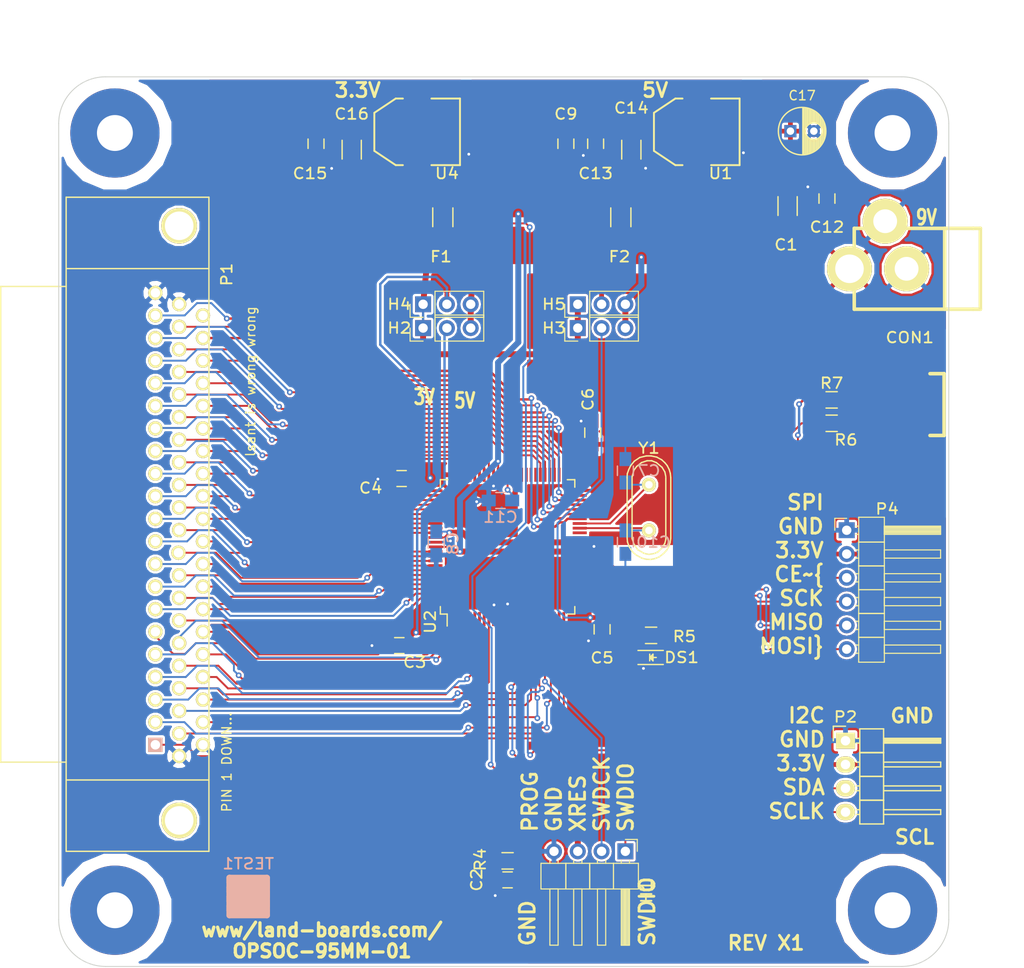
<source format=kicad_pcb>
(kicad_pcb (version 4) (host pcbnew 4.0.1-stable)
  (layers (0 F.Cu signal) (31 B.Cu signal) (34 B.Paste user) (36 B.SilkS user) (37 F.SilkS user) (38 B.Mask user) (39 F.Mask user) (44 Edge.Cuts user))
  (net 0 "")
  (net 1 GND)
  (net 2 +5V)
  (net 3 +3V3)
  (net 4 /VZ0)
  (net 5 /VZ3)
  (net 6 "Net-(C8-Pad2)")
  (net 7 "Net-(C11-Pad2)")
  (net 8 /P83)
  (net 9 /P44)
  (net 10 /P45)
  (net 11 /P46)
  (net 12 /P47)
  (net 13 /P48)
  (net 14 /P49)
  (net 15 /P51)
  (net 16 /P52)
  (net 17 /P53)
  (net 18 /P54)
  (net 19 /P55)
  (net 20 /P56)
  (net 21 /P67)
  (net 22 /P68)
  (net 23 /P69)
  (net 24 /P70)
  (net 25 /P71)
  (net 26 /P72)
  (net 27 /P73)
  (net 28 /P74)
  (net 29 /P76)
  (net 30 /P77)
  (net 31 /P78)
  (net 32 /P79)
  (net 33 /P80)
  (net 34 /P81)
  (net 35 /P82)
  (net 36 /P85)
  (net 37 /P84)
  (net 38 "Net-(C7-Pad2)")
  (net 39 "Net-(C10-Pad2)")
  (net 40 /USB-DM)
  (net 41 /USB-DP)
  (net 42 /SPICE0)
  (net 43 /SPISCK)
  (net 44 /SPIMISO)
  (net 45 /SPIMOSI)
  (net 46 +3.3VP)
  (net 47 /+9V)
  (net 48 +5VP)
  (net 49 "Net-(DS1-Pad2)")
  (net 50 /SDA1)
  (net 51 /SCLK1)
  (net 52 /P25)
  (net 53 /P22)
  (net 54 /P24)
  (net 55 /P19)
  (net 56 /P16)
  (net 57 /P17)
  (net 58 /P18)
  (net 59 /P7)
  (net 60 /P8)
  (net 61 /P9)
  (net 62 /P6)
  (net 63 /P4)
  (net 64 /P1)
  (net 65 /P97)
  (net 66 /P5)
  (net 67 /P3)
  (net 68 /P98)
  (net 69 /P95)
  (net 70 /P2)
  (net 71 /P99)
  (net 72 /P96)
  (net 73 /P94)
  (net 74 /P92)
  (net 75 /P93)
  (net 76 /P90)
  (net 77 /P91)
  (net 78 /P89)
  (net 79 /~XRES)
  (net 80 /SWDIO)
  (net 81 /SWDCK)
  (net 82 /VZ2)
  (net 83 /VZ1)
  (net 84 "Net-(CON1-Pad2)")
  (net 85 "Net-(CON1-Pad3)")
  (net 86 /LED)
  (module Capacitors_SMD:C_0805_HandSoldering (layer F.Cu) (at 57.912 95.758 180)
    (fp_text reference C2 (at 3.302 0 270) (layer F.SilkS) (effects (font (size 1.143 1.27) (thickness 0.1905))))
    (fp_text value 0.1uF hide)
    (pad 1 smd rect (at -1.25 0 180) (size 1.5 1.25) (layers F.Cu F.Mask) (net 79 /~XRES))
    (pad 2 smd rect (at 1.25 0 180) (size 1.5 1.25) (layers F.Cu F.Mask) (net 1 GND))
  )
  (module Capacitors_SMD:C_0805_HandSoldering (layer F.Cu) (at 46.355 70.739 180)
    (fp_text reference C3 (at -1.651 -1.778 180) (layer F.SilkS) (effects (font (size 1.143 1.27) (thickness 0.1905))))
    (fp_text value 0.1uF hide)
    (pad 1 smd rect (at -1.25 0 180) (size 1.5 1.25) (layers F.Cu F.Mask) (net 82 /VZ2))
    (pad 2 smd rect (at 1.25 0 180) (size 1.5 1.25) (layers F.Cu F.Mask) (net 1 GND))
  )
  (module Capacitors_SMD:C_0805_HandSoldering (layer F.Cu) (at 46.6 52.9 180)
    (fp_text reference C4 (at 3.302 -1.016 180) (layer F.SilkS) (effects (font (size 1.143 1.27) (thickness 0.1905))))
    (fp_text value 0.1uF hide)
    (pad 1 smd rect (at -1.25 0 180) (size 1.5 1.25) (layers F.Cu F.Mask) (net 4 /VZ0))
    (pad 2 smd rect (at 1.25 0 180) (size 1.5 1.25) (layers F.Cu F.Mask) (net 1 GND))
  )
  (module Capacitors_SMD:C_0805_HandSoldering (layer F.Cu) (at 68 69 270)
    (fp_text reference C5 (at 3.048 0 360) (layer F.SilkS) (effects (font (size 1.143 1.27) (thickness 0.1905))))
    (fp_text value 0.1uF hide)
    (pad 1 smd rect (at -1.25 0 270) (size 1.5 1.25) (layers F.Cu F.Mask) (net 83 /VZ1))
    (pad 2 smd rect (at 1.25 0 270) (size 1.5 1.25) (layers F.Cu F.Mask) (net 1 GND))
  )
  (module Capacitors_SMD:C_0805_HandSoldering (layer F.Cu) (at 67 48 90)
    (fp_text reference C6 (at 3.556 -0.508 90) (layer F.SilkS) (effects (font (size 1.143 1.27) (thickness 0.1905))))
    (fp_text value 0.1uF hide)
    (pad 1 smd rect (at -1.25 0 90) (size 1.5 1.25) (layers F.Cu F.Mask) (net 5 /VZ3))
    (pad 2 smd rect (at 1.25 0 90) (size 1.5 1.25) (layers F.Cu F.Mask) (net 1 GND))
  )
  (module Capacitors_SMD:C_0805_HandSoldering (layer B.Cu) (at 50.292 59.817 90)
    (fp_text reference C8 (at 0 1.778 90) (layer B.SilkS) (effects (font (size 1.143 1.27) (thickness 0.1905)) (justify mirror)))
    (fp_text value 1uF hide)
    (pad 1 smd rect (at -1.25 0 90) (size 1.5 1.25) (layers B.Cu B.Mask) (net 1 GND))
    (pad 2 smd rect (at 1.25 0 90) (size 1.5 1.25) (layers B.Cu B.Mask) (net 6 "Net-(C8-Pad2)"))
  )
  (module Capacitors_SMD:C_0805_HandSoldering (layer F.Cu) (at 64.135 17.145 90)
    (fp_text reference C9 (at 3.175 0 180) (layer F.SilkS) (effects (font (size 1.143 1.27) (thickness 0.1905))))
    (fp_text value 0.1uF hide)
    (pad 1 smd rect (at -1.25 0 90) (size 1.5 1.25) (layers F.Cu F.Mask) (net 1 GND))
    (pad 2 smd rect (at 1.25 0 90) (size 1.5 1.25) (layers F.Cu F.Mask) (net 2 +5V))
  )
  (module Capacitors_SMD:C_0805_HandSoldering (layer B.Cu) (at 57.15 55.245)
    (fp_text reference C11 (at 0 1.778) (layer B.SilkS) (effects (font (size 1.143 1.27) (thickness 0.1905)) (justify mirror)))
    (fp_text value 1uF hide)
    (pad 1 smd rect (at -1.25 0) (size 1.5 1.25) (layers B.Cu B.Mask) (net 1 GND))
    (pad 2 smd rect (at 1.25 0) (size 1.5 1.25) (layers B.Cu B.Mask) (net 7 "Net-(C11-Pad2)"))
  )
  (module Resistors_SMD:R_1206_HandSoldering (layer F.Cu) (at 51 25 90)
    (fp_text reference F1 (at -4.21 -0.2 180) (layer F.SilkS) (effects (font (size 1.143 1.27) (thickness 0.1905))))
    (fp_text value FUSE hide)
    (pad 1 smd rect (at -2 0 90) (size 2 1.7) (layers F.Cu F.Mask) (net 46 +3.3VP))
    (pad 2 smd rect (at 2 0 90) (size 2 1.7) (layers F.Cu F.Mask) (net 3 +3V3))
  )
  (module Resistors_SMD:R_1206_HandSoldering (layer F.Cu) (at 70 25 90)
    (fp_text reference F2 (at -4.21 -0.15 360) (layer F.SilkS) (effects (font (size 1.143 1.27) (thickness 0.1905))))
    (fp_text value FUSE hide)
    (pad 1 smd rect (at -2 0 90) (size 2 1.7) (layers F.Cu F.Mask) (net 48 +5VP))
    (pad 2 smd rect (at 2 0 90) (size 2 1.7) (layers F.Cu F.Mask) (net 2 +5V))
  )
  (module Resistors_SMD:R_0805_HandSoldering (layer F.Cu) (at 57.912 93.726 180)
    (fp_text reference R4 (at 2.921 0.127 270) (layer F.SilkS) (effects (font (size 1.143 1.27) (thickness 0.1905))))
    (fp_text value 3.9K hide)
    (pad 1 smd rect (at -1.35 0 180) (size 1.5 1.3) (layers F.Cu F.Mask) (net 79 /~XRES))
    (pad 2 smd rect (at 1.35 0 180) (size 1.5 1.3) (layers F.Cu F.Mask) (net 3 +3V3))
  )
  (module Resistors_SMD:R_0805_HandSoldering (layer F.Cu) (at 73.2282 69.6468 180)
    (fp_text reference R5 (at -3.556 -0.127 180) (layer F.SilkS) (effects (font (size 1.143 1.27) (thickness 0.1905))))
    (fp_text value 120 hide)
    (pad 1 smd rect (at -1.35 0 180) (size 1.5 1.3) (layers F.Cu F.Mask) (net 49 "Net-(DS1-Pad2)"))
    (pad 2 smd rect (at 1.35 0 180) (size 1.5 1.3) (layers F.Cu F.Mask) (net 86 /LED))
  )
  (module dougsLib:JACK_3.5MM (layer F.Cu) (at 100.5 30.5 180)
    (fp_text reference J1 hide)
    (fp_text value DCJ0202 hide)
    (pad 2 thru_hole circle (at 0 0 180) (size 4.8006 4.8006) (drill 2.54) (layers *.Cu *.Mask F.SilkS) (net 1 GND))
    (pad 1 thru_hole circle (at 6.096 0 180) (size 4.8006 4.8006) (drill 3.048) (layers *.Cu *.Mask F.SilkS) (net 47 /+9V))
    (pad 3 thru_hole circle (at 2.286 5.08 180) (size 4.8006 4.8006) (drill 2.54) (layers *.Cu *.Mask F.SilkS) (net 1 GND))
  )
  (module dougsLib:SOT223 (layer F.Cu) (at 48.26 15.875 90)
    (fp_text reference U4 (at -4.445 3.175 180) (layer F.SilkS) (effects (font (size 1.143 1.27) (thickness 0.1905))))
    (fp_text value AP1117 hide)
    (pad 4 smd rect (at 0 -3.302 90) (size 3.6576 2.032) (layers F.Cu F.Mask))
    (pad 2 smd rect (at 0 3.302 90) (size 1.016 2.032) (layers F.Cu F.Mask) (net 3 +3V3))
    (pad 3 smd rect (at 2.286 3.302 90) (size 1.016 2.032) (layers F.Cu F.Mask) (net 2 +5V))
    (pad 1 smd rect (at -2.286 3.302 90) (size 1.016 2.032) (layers F.Cu F.Mask) (net 1 GND))
  )
  (module Capacitors_SMD:C_0805_HandSoldering (layer B.Cu) (at 70.485 52.07 270)
    (fp_text reference C7 (at 0 -2.5 540) (layer B.SilkS) (effects (font (size 1.143 1.27) (thickness 0.1905)) (justify mirror)))
    (fp_text value C hide)
    (pad 1 smd rect (at -1.25 0 270) (size 1.5 1.25) (layers B.Cu B.Mask) (net 1 GND))
    (pad 2 smd rect (at 1.25 0 270) (size 1.5 1.25) (layers B.Cu B.Mask) (net 38 "Net-(C7-Pad2)"))
  )
  (module Capacitors_SMD:C_0805_HandSoldering (layer B.Cu) (at 70.485 59.69 90)
    (fp_text reference C10 (at 0 3 360) (layer B.SilkS) (effects (font (size 1.143 1.27) (thickness 0.1905)) (justify mirror)))
    (fp_text value C hide)
    (pad 1 smd rect (at -1.25 0 90) (size 1.5 1.25) (layers B.Cu B.Mask) (net 1 GND))
    (pad 2 smd rect (at 1.25 0 90) (size 1.5 1.25) (layers B.Cu B.Mask) (net 39 "Net-(C10-Pad2)"))
  )
  (module Resistors_SMD:R_0805_HandSoldering (layer F.Cu) (at 92.5 47 180)
    (fp_text reference R6 (at -1.524 -1.778 180) (layer F.SilkS) (effects (font (size 1.143 1.27) (thickness 0.1905))))
    (fp_text value 22 hide)
    (pad 1 smd rect (at -1.35 0 180) (size 1.5 1.3) (layers F.Cu F.Mask) (net 84 "Net-(CON1-Pad2)"))
    (pad 2 smd rect (at 1.35 0 180) (size 1.5 1.3) (layers F.Cu F.Mask) (net 40 /USB-DM))
  )
  (module Resistors_SMD:R_0805_HandSoldering (layer F.Cu) (at 92.5 44.5 180)
    (fp_text reference R7 (at 0 1.778 180) (layer F.SilkS) (effects (font (size 1.143 1.27) (thickness 0.1905))))
    (fp_text value 22 hide)
    (pad 1 smd rect (at -1.35 0 180) (size 1.5 1.3) (layers F.Cu F.Mask) (net 85 "Net-(CON1-Pad3)"))
    (pad 2 smd rect (at 1.35 0 180) (size 1.5 1.3) (layers F.Cu F.Mask) (net 41 /USB-DP))
  )
  (module Crystals:Crystal_HC49-U_Vertical (layer F.Cu) (at 73 56 270)
    (fp_text reference Y1 (at -6.35 0 360) (layer F.SilkS) (effects (font (size 1.143 1.27) (thickness 0.1905))))
    (fp_text value Crystal_Small hide)
    (pad 1 thru_hole circle (at -2.44094 0 270) (size 1.50114 1.50114) (drill 0.8001) (layers *.Cu *.Mask F.SilkS) (net 38 "Net-(C7-Pad2)"))
    (pad 2 thru_hole circle (at 2.44094 0 270) (size 1.50114 1.50114) (drill 0.8001) (layers *.Cu *.Mask F.SilkS) (net 39 "Net-(C10-Pad2)"))
  )
  (module Capacitors_SMD:C_0805_HandSoldering (layer F.Cu) (at 92 23 90)
    (fp_text reference C12 (at -3.048 0 180) (layer F.SilkS) (effects (font (size 1.143 1.27) (thickness 0.1905))))
    (fp_text value 0.1uF hide)
    (pad 1 smd rect (at -1.25 0 90) (size 1.5 1.25) (layers F.Cu F.Mask))
    (pad 2 smd rect (at 1.25 0 90) (size 1.5 1.25) (layers F.Cu F.Mask) (net 1 GND))
  )
  (module Capacitors_SMD:C_0805_HandSoldering (layer F.Cu) (at 67.31 17.145 270)
    (fp_text reference C13 (at 3.175 0 360) (layer F.SilkS) (effects (font (size 1.143 1.27) (thickness 0.1905))))
    (fp_text value 0.1uF hide)
    (pad 1 smd rect (at -1.25 0 270) (size 1.5 1.25) (layers F.Cu F.Mask) (net 2 +5V))
    (pad 2 smd rect (at 1.25 0 270) (size 1.5 1.25) (layers F.Cu F.Mask) (net 1 GND))
  )
  (module Capacitors_SMD:C_0805_HandSoldering (layer F.Cu) (at 37.465 17.145 270)
    (fp_text reference C15 (at 3.175 0.635 540) (layer F.SilkS) (effects (font (size 1.143 1.27) (thickness 0.1905))))
    (fp_text value 0.1uF hide)
    (pad 1 smd rect (at -1.25 0 270) (size 1.5 1.25) (layers F.Cu F.Mask) (net 3 +3V3))
    (pad 2 smd rect (at 1.25 0 270) (size 1.5 1.25) (layers F.Cu F.Mask) (net 1 GND))
  )
  (module Pin_Headers:Pin_Header_Angled_1x04 (layer F.Cu) (at 93.98 80.899)
    (fp_text reference P2 (at 0 -2.54 180) (layer F.SilkS) (effects (font (size 1.143 1.27) (thickness 0.1905))))
    (fp_text value CONN_01X04 hide)
    (pad 1 thru_hole rect (at 0 0) (size 2.032 1.7272) (drill 1.016) (layers *.Cu *.Mask F.SilkS) (net 1 GND))
    (pad 2 thru_hole oval (at 0 2.54) (size 2.032 1.7272) (drill 1.016) (layers *.Cu *.Mask F.SilkS) (net 83 /VZ1))
    (pad 3 thru_hole oval (at 0 5.08) (size 2.032 1.7272) (drill 1.016) (layers *.Cu *.Mask F.SilkS) (net 50 /SDA1))
    (pad 4 thru_hole oval (at 0 7.62) (size 2.032 1.7272) (drill 1.016) (layers *.Cu *.Mask F.SilkS) (net 51 /SCLK1))
  )
  (module LEDs:LED_0805 (layer F.Cu) (at 73.4314 72.009)
    (fp_text reference DS1 (at 3.048 0 180) (layer F.SilkS) (effects (font (size 1.143 1.27) (thickness 0.1905))))
    (fp_text value LED-fixed hide)
    (pad 2 smd rect (at 1.04902 0 180) (size 1.19888 1.19888) (layers F.Cu F.Mask) (net 49 "Net-(DS1-Pad2)"))
    (pad 1 smd rect (at -1.04902 0 180) (size 1.19888 1.19888) (layers F.Cu F.Mask) (net 1 GND))
  )
  (module LandBoards_MountHoles:MTG-6-32 (layer F.Cu) (at 16 16)
    (fp_text reference MTG1 hide)
    (fp_text value CONN_1 hide)
    (pad 1 thru_hole circle (at 0 0) (size 9.525 9.525) (drill 3.8354) (layers *.Cu *.Mask))
  )
  (module LandBoards_MountHoles:MTG-6-32 (layer F.Cu) (at 99 16)
    (fp_text reference MTG2 hide)
    (fp_text value CONN_1 hide)
    (pad 1 thru_hole circle (at 0 0) (size 9.525 9.525) (drill 3.8354) (layers *.Cu *.Mask))
  )
  (module LandBoards_MountHoles:MTG-6-32 (layer F.Cu) (at 16 99)
    (fp_text reference MTG3 hide)
    (fp_text value CONN_1 hide)
    (pad 1 thru_hole circle (at 0 0) (size 9.525 9.525) (drill 3.8354) (layers *.Cu *.Mask))
  )
  (module LandBoards_MountHoles:MTG-6-32 (layer F.Cu) (at 99 99)
    (fp_text reference MTG4 hide)
    (fp_text value CONN_1 hide)
    (pad 1 thru_hole circle (at 0 0) (size 9.525 9.525) (drill 3.8354) (layers *.Cu *.Mask))
  )
  (module LandBoards_Conns:USB-B-MINI (layer F.Cu) (at 104.5 45 90)
    (fp_text reference CON1 (at 7.154 -3.662 180) (layer F.SilkS) (effects (font (size 1.143 1.27) (thickness 0.1905))))
    (fp_text value USB-MINI-B hide)
    (pad G2 smd rect (at 4.20116 -3.70078 90) (size 2.49936 3.79984) (layers F.Cu F.Mask))
    (pad G1 smd rect (at -4.20116 -3.70078 90) (size 2.49936 3.79984) (layers F.Cu F.Mask))
    (pad 4 smd rect (at 1.6002 -6.10108 90) (size 0.50038 1.39954) (layers F.Cu F.Mask))
    (pad NC smd rect (at 0.8001 -6.10108 90) (size 0.50038 1.39954) (layers F.Cu F.Mask))
    (pad 1 smd rect (at -1.6002 -6.10108 90) (size 0.50038 1.39954) (layers F.Cu F.Mask))
    (pad 2 smd rect (at -0.8001 -6.10108 90) (size 0.50038 1.39954) (layers F.Cu F.Mask) (net 84 "Net-(CON1-Pad2)"))
    (pad 3 smd rect (at 0 -6.10108 90) (size 0.50038 1.39954) (layers F.Cu F.Mask) (net 85 "Net-(CON1-Pad3)"))
  )
  (module LandBoards_Conns:DC62FC (layer F.Cu) (at 22.86 57.785 90)
    (fp_text reference P1 (at 26.67 5.08 90) (layer F.SilkS) (effects (font (size 1.143 1.27) (thickness 0.1905))))
    (fp_text value DC-62 hide)
    (fp_text user "lsant is wrong wrong" (at 15.24 7.62 90) (layer F.SilkS))
    (fp_text user "PIN 1 DOWN..." (at -25.4 5.08 90) (layer F.SilkS))
    (pad 38 thru_hole circle (at 13.8557 0 270) (size 1.524 1.524) (drill 1.016) (layers *.Cu *.Mask F.SilkS) (net 19 /P55))
    (pad 43 thru_hole rect (at -23.5458 -2.54 270) (size 1.524 1.524) (drill 1.016) (layers *.Cu *.SilkS *.Mask) (net 52 /P25))
    (pad 2 thru_hole circle (at -21.1328 -2.54 270) (size 1.524 1.524) (drill 1.016) (layers *.Cu *.Mask F.SilkS) (net 53 /P22))
    (pad 3 thru_hole circle (at -18.7198 -2.54 270) (size 1.524 1.524) (drill 1.016) (layers *.Cu *.Mask F.SilkS) (net 56 /P16))
    (pad 4 thru_hole circle (at -16.3068 -2.54 270) (size 1.524 1.524) (drill 1.016) (layers *.Cu *.Mask F.SilkS) (net 60 /P8))
    (pad 5 thru_hole circle (at -13.8938 -2.54 270) (size 1.524 1.524) (drill 1.016) (layers *.Cu *.Mask F.SilkS) (net 66 /P5))
    (pad 6 thru_hole circle (at -11.4808 -2.54 270) (size 1.524 1.524) (drill 1.016) (layers *.Cu *.Mask F.SilkS) (net 67 /P3))
    (pad 7 thru_hole circle (at -9.0678 -2.54 270) (size 1.524 1.524) (drill 1.016) (layers *.Cu *.Mask F.SilkS) (net 68 /P98))
    (pad 8 thru_hole circle (at -6.6548 -2.54 270) (size 1.524 1.524) (drill 1.016) (layers *.Cu *.Mask F.SilkS) (net 73 /P94))
    (pad 9 thru_hole circle (at -4.2418 -2.54 270) (size 1.524 1.524) (drill 1.016) (layers *.Cu *.Mask F.SilkS) (net 77 /P91))
    (pad ? thru_hole circle (at -31.623 0 270) (size 3.81 3.81) (drill 3.048) (layers *.Cu *.Mask F.SilkS))
    (pad ? thru_hole circle (at 31.877 0 270) (size 3.81 3.81) (drill 3.048) (layers *.Cu *.Mask F.SilkS))
    (pad 10 thru_hole circle (at -1.8288 -2.54 270) (size 1.524 1.524) (drill 1.016) (layers *.Cu *.Mask F.SilkS) (net 78 /P89))
    (pad 11 thru_hole circle (at 0.5842 -2.54 270) (size 1.524 1.524) (drill 1.016) (layers *.Cu *.Mask F.SilkS) (net 8 /P83))
    (pad 12 thru_hole circle (at 2.9972 -2.54 270) (size 1.524 1.524) (drill 1.016) (layers *.Cu *.Mask F.SilkS) (net 33 /P80))
    (pad 13 thru_hole circle (at 5.4102 -2.54 270) (size 1.524 1.524) (drill 1.016) (layers *.Cu *.Mask F.SilkS) (net 30 /P77))
    (pad 14 thru_hole circle (at 7.8232 -2.54 270) (size 1.524 1.524) (drill 1.016) (layers *.Cu *.Mask F.SilkS) (net 27 /P73))
    (pad 15 thru_hole circle (at 10.2362 -2.54 270) (size 1.524 1.524) (drill 1.016) (layers *.Cu *.Mask F.SilkS) (net 24 /P70))
    (pad 16 thru_hole circle (at 12.6492 -2.54 270) (size 1.524 1.524) (drill 1.016) (layers *.Cu *.Mask F.SilkS) (net 21 /P67))
    (pad 17 thru_hole circle (at 15.0622 -2.54 270) (size 1.524 1.524) (drill 1.016) (layers *.Cu *.Mask F.SilkS) (net 18 /P54))
    (pad 18 thru_hole circle (at 17.4752 -2.54 270) (size 1.524 1.524) (drill 1.016) (layers *.Cu *.Mask F.SilkS) (net 15 /P51))
    (pad 19 thru_hole circle (at 19.8882 -2.54 270) (size 1.524 1.524) (drill 1.016) (layers *.Cu *.Mask F.SilkS) (net 12 /P47))
    (pad 20 thru_hole circle (at 22.3012 -2.54 270) (size 1.524 1.524) (drill 1.016) (layers *.Cu *.Mask F.SilkS) (net 9 /P44))
    (pad 21 thru_hole circle (at 24.7142 -2.54 270) (size 1.524 1.524) (drill 1.016) (layers *.Cu *.Mask F.SilkS) (net 1 GND))
    (pad 22 thru_hole circle (at -24.7523 0 270) (size 1.524 1.524) (drill 1.016) (layers *.Cu *.Mask F.SilkS) (net 1 GND))
    (pad 23 thru_hole circle (at -22.3393 0 270) (size 1.524 1.524) (drill 1.016) (layers *.Cu *.Mask F.SilkS) (net 54 /P24))
    (pad 24 thru_hole circle (at -19.9263 0 270) (size 1.524 1.524) (drill 1.016) (layers *.Cu *.Mask F.SilkS) (net 58 /P18))
    (pad 25 thru_hole circle (at -17.5133 0 270) (size 1.524 1.524) (drill 1.016) (layers *.Cu *.Mask F.SilkS) (net 61 /P9))
    (pad 26 thru_hole circle (at -15.1003 0 270) (size 1.524 1.524) (drill 1.016) (layers *.Cu *.Mask F.SilkS) (net 62 /P6))
    (pad 27 thru_hole circle (at -12.6873 0 270) (size 1.524 1.524) (drill 1.016) (layers *.Cu *.Mask F.SilkS) (net 70 /P2))
    (pad 28 thru_hole circle (at -10.2743 0 270) (size 1.524 1.524) (drill 1.016) (layers *.Cu *.Mask F.SilkS) (net 71 /P99))
    (pad 29 thru_hole circle (at -7.8613 0 270) (size 1.524 1.524) (drill 1.016) (layers *.Cu *.Mask F.SilkS) (net 72 /P96))
    (pad 30 thru_hole circle (at -5.4483 0 270) (size 1.524 1.524) (drill 1.016) (layers *.Cu *.Mask F.SilkS) (net 75 /P93))
    (pad 31 thru_hole circle (at -3.0353 -0.0762 270) (size 1.524 1.524) (drill 1.016) (layers *.Cu *.Mask F.SilkS) (net 76 /P90))
    (pad 32 thru_hole circle (at -0.6223 0 270) (size 1.524 1.524) (drill 1.016) (layers *.Cu *.Mask F.SilkS) (net 37 /P84))
    (pad 33 thru_hole circle (at 1.7907 0 270) (size 1.524 1.524) (drill 1.016) (layers *.Cu *.Mask F.SilkS) (net 34 /P81))
    (pad 34 thru_hole circle (at 4.2037 0 270) (size 1.524 1.524) (drill 1.016) (layers *.Cu *.Mask F.SilkS) (net 31 /P78))
    (pad 35 thru_hole circle (at 6.6167 0 270) (size 1.524 1.524) (drill 1.016) (layers *.Cu *.Mask F.SilkS) (net 28 /P74))
    (pad 36 thru_hole circle (at 9.0297 0 270) (size 1.524 1.524) (drill 1.016) (layers *.Cu *.Mask F.SilkS) (net 25 /P71))
    (pad 37 thru_hole circle (at 11.4427 0 270) (size 1.524 1.524) (drill 1.016) (layers *.Cu *.Mask F.SilkS) (net 22 /P68))
    (pad 39 thru_hole circle (at 16.2687 0 270) (size 1.524 1.524) (drill 1.016) (layers *.Cu *.Mask F.SilkS) (net 16 /P52))
    (pad 40 thru_hole circle (at 18.6817 0 270) (size 1.524 1.524) (drill 1.016) (layers *.Cu *.Mask F.SilkS) (net 13 /P48))
    (pad 41 thru_hole circle (at 21.0947 0 270) (size 1.524 1.524) (drill 1.016) (layers *.Cu *.Mask F.SilkS) (net 10 /P45))
    (pad 42 thru_hole circle (at 23.5077 0 270) (size 1.524 1.524) (drill 1.016) (layers *.Cu *.Mask F.SilkS) (net 1 GND))
    (pad 1 thru_hole circle (at -23.5458 2.54 270) (size 1.524 1.524) (drill 1.016) (layers *.Cu *.Mask F.SilkS) (net 1 GND))
    (pad 44 thru_hole circle (at -21.1328 2.54 270) (size 1.524 1.524) (drill 1.016) (layers *.Cu *.Mask F.SilkS) (net 55 /P19))
    (pad 45 thru_hole circle (at -18.7198 2.54 270) (size 1.524 1.524) (drill 1.016) (layers *.Cu *.Mask F.SilkS) (net 57 /P17))
    (pad 46 thru_hole circle (at -16.3068 2.54 270) (size 1.524 1.524) (drill 1.016) (layers *.Cu *.Mask F.SilkS) (net 59 /P7))
    (pad 47 thru_hole circle (at -13.8938 2.54 270) (size 1.524 1.524) (drill 1.016) (layers *.Cu *.Mask F.SilkS) (net 63 /P4))
    (pad 48 thru_hole circle (at -11.4808 2.54 270) (size 1.524 1.524) (drill 1.016) (layers *.Cu *.Mask F.SilkS) (net 64 /P1))
    (pad 49 thru_hole circle (at -9.0678 2.54 270) (size 1.524 1.524) (drill 1.016) (layers *.Cu *.Mask F.SilkS) (net 65 /P97))
    (pad 50 thru_hole circle (at -6.6548 2.54 270) (size 1.524 1.524) (drill 1.016) (layers *.Cu *.Mask F.SilkS) (net 69 /P95))
    (pad 51 thru_hole circle (at -4.2418 2.54 270) (size 1.524 1.524) (drill 1.016) (layers *.Cu *.Mask F.SilkS) (net 74 /P92))
    (pad 52 thru_hole circle (at -1.8288 2.54 270) (size 1.524 1.524) (drill 1.016) (layers *.Cu *.Mask F.SilkS) (net 36 /P85))
    (pad 53 thru_hole circle (at 0.5842 2.54 270) (size 1.524 1.524) (drill 1.016) (layers *.Cu *.Mask F.SilkS) (net 35 /P82))
    (pad 54 thru_hole circle (at 2.9972 2.54 270) (size 1.524 1.524) (drill 1.016) (layers *.Cu *.Mask F.SilkS) (net 32 /P79))
    (pad 55 thru_hole circle (at 5.4102 2.54 270) (size 1.524 1.524) (drill 1.016) (layers *.Cu *.Mask F.SilkS) (net 29 /P76))
    (pad 56 thru_hole circle (at 7.8232 2.54 270) (size 1.524 1.524) (drill 1.016) (layers *.Cu *.Mask F.SilkS) (net 26 /P72))
    (pad 57 thru_hole circle (at 10.2362 2.54 270) (size 1.524 1.524) (drill 1.016) (layers *.Cu *.Mask F.SilkS) (net 23 /P69))
    (pad 58 thru_hole circle (at 12.6492 2.54 270) (size 1.524 1.524) (drill 1.016) (layers *.Cu *.Mask F.SilkS) (net 20 /P56))
    (pad 59 thru_hole circle (at 15.0622 2.54 270) (size 1.524 1.524) (drill 1.016) (layers *.Cu *.Mask F.SilkS) (net 17 /P53))
    (pad 60 thru_hole circle (at 17.4752 2.54 270) (size 1.524 1.524) (drill 1.016) (layers *.Cu *.Mask F.SilkS) (net 14 /P49))
    (pad 61 thru_hole circle (at 19.8882 2.54 270) (size 1.524 1.524) (drill 1.016) (layers *.Cu *.Mask F.SilkS) (net 11 /P46))
    (pad 62 thru_hole circle (at 22.3012 2.54 270) (size 1.524 1.524) (drill 1.016) (layers *.Cu *.Mask F.SilkS))
  )
  (module LandBoards_Marking:TEST_BLK-REAR (layer F.Cu) (at 30.226 97.536)
    (fp_text reference TEST1 (at 0 -3.5) (layer B.SilkS) (effects (font (size 1.143 1.27) (thickness 0.1905)) (justify mirror)))
    (fp_text value COUPON hide)
  )
  (module LandBoards_Marking:FIDUCIAL (layer F.Cu) (at 26.416 12.319)
    (fp_text reference FID1 hide)
    (fp_text value CONN_1 hide)
    (pad 1 smd circle (at 0 0) (size 1 1) (layers F.Cu F.Mask) (clearance 1))
  )
  (module LandBoards_Marking:FIDUCIAL (layer F.Cu) (at 76.962 100.457)
    (fp_text reference FID2 hide)
    (fp_text value CONN_1 hide)
    (pad 1 smd circle (at 0 0) (size 1 1) (layers F.Cu F.Mask) (clearance 1))
  )
  (module Pin_Headers:Pin_Header_Angled_1x06_Pitch2.54mm (layer F.Cu) (at 94.107 58.42)
    (fp_text reference P4 (at 4.315 -2.27) (layer F.SilkS) (effects (font (size 1.143 1.27) (thickness 0.1905))))
    (fp_text value CONN_01X06 hide)
    (pad 1 thru_hole rect (at 0 0) (size 1.7 1.7) (drill 1) (layers *.Cu *.Mask) (net 1 GND))
    (pad 2 thru_hole oval (at 0 2.54) (size 1.7 1.7) (drill 1) (layers *.Cu *.Mask) (net 83 /VZ1))
    (pad 3 thru_hole oval (at 0 5.08) (size 1.7 1.7) (drill 1) (layers *.Cu *.Mask) (net 42 /SPICE0))
    (pad 4 thru_hole oval (at 0 7.62) (size 1.7 1.7) (drill 1) (layers *.Cu *.Mask) (net 43 /SPISCK))
    (pad 5 thru_hole oval (at 0 10.16) (size 1.7 1.7) (drill 1) (layers *.Cu *.Mask) (net 44 /SPIMISO))
    (pad 6 thru_hole oval (at 0 12.7) (size 1.7 1.7) (drill 1) (layers *.Cu *.Mask) (net 45 /SPIMOSI))
  )
  (module LIBRARY:TQFP-100_14x14mm_Pitch0.5mm (layer F.Cu) (at 57.912 60.198 90)
    (fp_text reference U2 (at -8.001 -8.255 90) (layer F.SilkS) (effects (font (size 1.143 1.27) (thickness 0.1905))))
    (fp_text value CY8C5267AXI-LP051 hide)
    (pad 1 smd rect (at -7.7 -6 90) (size 1.5 0.3) (layers F.Cu F.Mask) (net 64 /P1))
    (pad 2 smd rect (at -7.7 -5.5 90) (size 1.5 0.3) (layers F.Cu F.Mask) (net 70 /P2))
    (pad 3 smd rect (at -7.7 -5 90) (size 1.5 0.3) (layers F.Cu F.Mask) (net 67 /P3))
    (pad 4 smd rect (at -7.7 -4.5 90) (size 1.5 0.3) (layers F.Cu F.Mask) (net 63 /P4))
    (pad 5 smd rect (at -7.7 -4 90) (size 1.5 0.3) (layers F.Cu F.Mask) (net 66 /P5))
    (pad 6 smd rect (at -7.7 -3.5 90) (size 1.5 0.3) (layers F.Cu F.Mask) (net 62 /P6))
    (pad 7 smd rect (at -7.7 -3 90) (size 1.5 0.3) (layers F.Cu F.Mask) (net 59 /P7))
    (pad 8 smd rect (at -7.7 -2.5 90) (size 1.5 0.3) (layers F.Cu F.Mask) (net 60 /P8))
    (pad 9 smd rect (at -7.7 -2 90) (size 1.5 0.3) (layers F.Cu F.Mask) (net 61 /P9))
    (pad 10 smd rect (at -7.7 -1.5 90) (size 1.5 0.3) (layers F.Cu F.Mask) (net 1 GND))
    (pad 11 smd rect (at -7.7 -1 90) (size 1.5 0.3) (layers F.Cu F.Mask))
    (pad 12 smd rect (at -7.7 -0.5 90) (size 1.5 0.3) (layers F.Cu F.Mask) (net 1 GND))
    (pad 13 smd rect (at -7.7 0 90) (size 1.5 0.3) (layers F.Cu F.Mask) (net 1 GND))
    (pad 14 smd rect (at -7.7 0.5 90) (size 1.5 0.3) (layers F.Cu F.Mask) (net 1 GND))
    (pad 15 smd rect (at -7.7 1 90) (size 1.5 0.3) (layers F.Cu F.Mask) (net 79 /~XRES))
    (pad 16 smd rect (at -7.7 1.5 90) (size 1.5 0.3) (layers F.Cu F.Mask) (net 56 /P16))
    (pad 17 smd rect (at -7.7 2 90) (size 1.5 0.3) (layers F.Cu F.Mask) (net 57 /P17))
    (pad 18 smd rect (at -7.7 2.5 90) (size 1.5 0.3) (layers F.Cu F.Mask) (net 58 /P18))
    (pad 19 smd rect (at -7.7 3 90) (size 1.5 0.3) (layers F.Cu F.Mask) (net 55 /P19))
    (pad 20 smd rect (at -7.7 3.5 90) (size 1.5 0.3) (layers F.Cu F.Mask) (net 80 /SWDIO))
    (pad 21 smd rect (at -7.7 4 90) (size 1.5 0.3) (layers F.Cu F.Mask) (net 81 /SWDCK))
    (pad 22 smd rect (at -7.7 4.5 90) (size 1.5 0.3) (layers F.Cu F.Mask) (net 53 /P22))
    (pad 23 smd rect (at -7.7 5 90) (size 1.5 0.3) (layers F.Cu F.Mask))
    (pad 24 smd rect (at -7.7 5.5 90) (size 1.5 0.3) (layers F.Cu F.Mask) (net 54 /P24))
    (pad 25 smd rect (at -7.7 6 90) (size 1.5 0.3) (layers F.Cu F.Mask) (net 52 /P25))
    (pad 26 smd rect (at -6 7.7 180) (size 1.5 0.3) (layers F.Cu F.Mask) (net 83 /VZ1))
    (pad 27 smd rect (at -5.5 7.7 180) (size 1.5 0.3) (layers F.Cu F.Mask))
    (pad 28 smd rect (at -5 7.7 180) (size 1.5 0.3) (layers F.Cu F.Mask) (net 86 /LED))
    (pad 29 smd rect (at -4.5 7.7 180) (size 1.5 0.3) (layers F.Cu F.Mask) (net 51 /SCLK1))
    (pad 30 smd rect (at -4 7.7 180) (size 1.5 0.3) (layers F.Cu F.Mask) (net 50 /SDA1))
    (pad 31 smd rect (at -3.5 7.7 180) (size 1.5 0.3) (layers F.Cu F.Mask) (net 43 /SPISCK))
    (pad 32 smd rect (at -3 7.7 180) (size 1.5 0.3) (layers F.Cu F.Mask) (net 44 /SPIMISO))
    (pad 33 smd rect (at -2.5 7.7 180) (size 1.5 0.3) (layers F.Cu F.Mask) (net 45 /SPIMOSI))
    (pad 34 smd rect (at -2 7.7 180) (size 1.5 0.3) (layers F.Cu F.Mask) (net 42 /SPICE0))
    (pad 35 smd rect (at -1.5 7.7 180) (size 1.5 0.3) (layers F.Cu F.Mask) (net 41 /USB-DP))
    (pad 36 smd rect (at -1 7.7 180) (size 1.5 0.3) (layers F.Cu F.Mask) (net 40 /USB-DM))
    (pad 37 smd rect (at -0.5 7.7 180) (size 1.5 0.3) (layers F.Cu F.Mask) (net 2 +5V))
    (pad 38 smd rect (at 0 7.7 180) (size 1.5 0.3) (layers F.Cu F.Mask) (net 1 GND))
    (pad 39 smd rect (at 0.5 7.7 180) (size 1.5 0.3) (layers F.Cu F.Mask) (net 6 "Net-(C8-Pad2)"))
    (pad 40 smd rect (at 1 7.7 180) (size 1.5 0.3) (layers F.Cu F.Mask))
    (pad 41 smd rect (at 1.5 7.7 180) (size 1.5 0.3) (layers F.Cu F.Mask))
    (pad 42 smd rect (at 2 7.7 180) (size 1.5 0.3) (layers F.Cu F.Mask) (net 39 "Net-(C10-Pad2)"))
    (pad 43 smd rect (at 2.5 7.7 180) (size 1.5 0.3) (layers F.Cu F.Mask) (net 38 "Net-(C7-Pad2)"))
    (pad 44 smd rect (at 3 7.7 180) (size 1.5 0.3) (layers F.Cu F.Mask) (net 9 /P44))
    (pad 45 smd rect (at 3.5 7.7 180) (size 1.5 0.3) (layers F.Cu F.Mask) (net 10 /P45))
    (pad 46 smd rect (at 4 7.7 180) (size 1.5 0.3) (layers F.Cu F.Mask) (net 11 /P46))
    (pad 47 smd rect (at 4.5 7.7 180) (size 1.5 0.3) (layers F.Cu F.Mask) (net 12 /P47))
    (pad 48 smd rect (at 5 7.7 180) (size 1.5 0.3) (layers F.Cu F.Mask) (net 13 /P48))
    (pad 49 smd rect (at 5.5 7.7 180) (size 1.5 0.3) (layers F.Cu F.Mask) (net 14 /P49))
    (pad 50 smd rect (at 6 7.7 180) (size 1.5 0.3) (layers F.Cu F.Mask) (net 5 /VZ3))
    (pad 51 smd rect (at 7.7 6 90) (size 1.5 0.3) (layers F.Cu F.Mask) (net 15 /P51))
    (pad 52 smd rect (at 7.7 5.5 90) (size 1.5 0.3) (layers F.Cu F.Mask) (net 16 /P52))
    (pad 53 smd rect (at 7.7 5 90) (size 1.5 0.3) (layers F.Cu F.Mask) (net 17 /P53))
    (pad 54 smd rect (at 7.7 4.5 90) (size 1.5 0.3) (layers F.Cu F.Mask) (net 18 /P54))
    (pad 55 smd rect (at 7.7 4 90) (size 1.5 0.3) (layers F.Cu F.Mask) (net 19 /P55))
    (pad 56 smd rect (at 7.7 3.5 90) (size 1.5 0.3) (layers F.Cu F.Mask) (net 20 /P56))
    (pad 57 smd rect (at 7.7 3 90) (size 1.5 0.3) (layers F.Cu F.Mask))
    (pad 58 smd rect (at 7.7 2.5 90) (size 1.5 0.3) (layers F.Cu F.Mask))
    (pad 59 smd rect (at 7.7 2 90) (size 1.5 0.3) (layers F.Cu F.Mask))
    (pad 60 smd rect (at 7.7 1.5 90) (size 1.5 0.3) (layers F.Cu F.Mask))
    (pad 61 smd rect (at 7.7 1 90) (size 1.5 0.3) (layers F.Cu F.Mask))
    (pad 62 smd rect (at 7.7 0.5 90) (size 1.5 0.3) (layers F.Cu F.Mask))
    (pad 63 smd rect (at 7.7 0 90) (size 1.5 0.3) (layers F.Cu F.Mask) (net 7 "Net-(C11-Pad2)"))
    (pad 64 smd rect (at 7.7 -0.5 90) (size 1.5 0.3) (layers F.Cu F.Mask) (net 1 GND))
    (pad 65 smd rect (at 7.7 -1 90) (size 1.5 0.3) (layers F.Cu F.Mask) (net 2 +5V))
    (pad 66 smd rect (at 7.7 -1.5 90) (size 1.5 0.3) (layers F.Cu F.Mask) (net 1 GND))
    (pad 67 smd rect (at 7.7 -2 90) (size 1.5 0.3) (layers F.Cu F.Mask) (net 21 /P67))
    (pad 68 smd rect (at 7.7 -2.5 90) (size 1.5 0.3) (layers F.Cu F.Mask) (net 22 /P68))
    (pad 69 smd rect (at 7.7 -3 90) (size 1.5 0.3) (layers F.Cu F.Mask) (net 23 /P69))
    (pad 70 smd rect (at 7.7 -3.5 90) (size 1.5 0.3) (layers F.Cu F.Mask) (net 24 /P70))
    (pad 71 smd rect (at 7.7 -4 90) (size 1.5 0.3) (layers F.Cu F.Mask) (net 25 /P71))
    (pad 72 smd rect (at 7.7 -4.5 90) (size 1.5 0.3) (layers F.Cu F.Mask) (net 26 /P72))
    (pad 73 smd rect (at 7.7 -5 90) (size 1.5 0.3) (layers F.Cu F.Mask) (net 27 /P73))
    (pad 74 smd rect (at 7.7 -5.5 90) (size 1.5 0.3) (layers F.Cu F.Mask) (net 28 /P74))
    (pad 75 smd rect (at 7.7 -6 90) (size 1.5 0.3) (layers F.Cu F.Mask) (net 4 /VZ0))
    (pad 76 smd rect (at 6 -7.7 180) (size 1.5 0.3) (layers F.Cu F.Mask) (net 29 /P76))
    (pad 77 smd rect (at 5.5 -7.7 180) (size 1.5 0.3) (layers F.Cu F.Mask) (net 30 /P77))
    (pad 78 smd rect (at 5 -7.7 180) (size 1.5 0.3) (layers F.Cu F.Mask) (net 31 /P78))
    (pad 79 smd rect (at 4.5 -7.7 180) (size 1.5 0.3) (layers F.Cu F.Mask) (net 32 /P79))
    (pad 80 smd rect (at 4 -7.7 180) (size 1.5 0.3) (layers F.Cu F.Mask) (net 33 /P80))
    (pad 81 smd rect (at 3.5 -7.7 180) (size 1.5 0.3) (layers F.Cu F.Mask) (net 34 /P81))
    (pad 82 smd rect (at 3 -7.7 180) (size 1.5 0.3) (layers F.Cu F.Mask) (net 35 /P82))
    (pad 83 smd rect (at 2.5 -7.7 180) (size 1.5 0.3) (layers F.Cu F.Mask) (net 8 /P83))
    (pad 84 smd rect (at 2 -7.7 180) (size 1.5 0.3) (layers F.Cu F.Mask) (net 37 /P84))
    (pad 85 smd rect (at 1.5 -7.7 180) (size 1.5 0.3) (layers F.Cu F.Mask) (net 36 /P85))
    (pad 86 smd rect (at 1 -7.7 180) (size 1.5 0.3) (layers F.Cu F.Mask) (net 6 "Net-(C8-Pad2)"))
    (pad 87 smd rect (at 0.5 -7.7 180) (size 1.5 0.3) (layers F.Cu F.Mask) (net 1 GND))
    (pad 88 smd rect (at 0 -7.7 180) (size 1.5 0.3) (layers F.Cu F.Mask) (net 2 +5V))
    (pad 89 smd rect (at -0.5 -7.7 180) (size 1.5 0.3) (layers F.Cu F.Mask) (net 78 /P89))
    (pad 90 smd rect (at -1 -7.7 180) (size 1.5 0.3) (layers F.Cu F.Mask) (net 76 /P90))
    (pad 91 smd rect (at -1.5 -7.7 180) (size 1.5 0.3) (layers F.Cu F.Mask) (net 77 /P91))
    (pad 92 smd rect (at -2 -7.7 180) (size 1.5 0.3) (layers F.Cu F.Mask) (net 74 /P92))
    (pad 93 smd rect (at -2.5 -7.7 180) (size 1.5 0.3) (layers F.Cu F.Mask) (net 75 /P93))
    (pad 94 smd rect (at -3 -7.7 180) (size 1.5 0.3) (layers F.Cu F.Mask) (net 73 /P94))
    (pad 95 smd rect (at -3.5 -7.7 180) (size 1.5 0.3) (layers F.Cu F.Mask) (net 69 /P95))
    (pad 96 smd rect (at -4 -7.7 180) (size 1.5 0.3) (layers F.Cu F.Mask) (net 72 /P96))
    (pad 97 smd rect (at -4.5 -7.7 180) (size 1.5 0.3) (layers F.Cu F.Mask) (net 65 /P97))
    (pad 98 smd rect (at -5 -7.7 180) (size 1.5 0.3) (layers F.Cu F.Mask) (net 68 /P98))
    (pad 99 smd rect (at -5.5 -7.7 180) (size 1.5 0.3) (layers F.Cu F.Mask) (net 71 /P99))
    (pad 100 smd rect (at -6 -7.7 180) (size 1.5 0.3) (layers F.Cu F.Mask) (net 82 /VZ2))
  )
  (module Pin_Headers:Pin_Header_Angled_1x04_Pitch2.54mm (layer F.Cu) (at 70.485 92.71 270)
    (fp_text reference H1 (at 4.315 -2.27 270) (layer F.SilkS) (effects (font (size 1.143 1.27) (thickness 0.1905))))
    (fp_text value CONN_01X04 hide)
    (pad 1 thru_hole rect (at 0 0 270) (size 1.7 1.7) (drill 1) (layers *.Cu *.Mask) (net 80 /SWDIO))
    (pad 2 thru_hole oval (at 0 2.54 270) (size 1.7 1.7) (drill 1) (layers *.Cu *.Mask) (net 81 /SWDCK))
    (pad 3 thru_hole oval (at 0 5.08 270) (size 1.7 1.7) (drill 1) (layers *.Cu *.Mask) (net 79 /~XRES))
    (pad 4 thru_hole oval (at 0 7.62 270) (size 1.7 1.7) (drill 1) (layers *.Cu *.Mask) (net 1 GND))
  )
  (module Pin_Headers:Pin_Header_Straight_1x03_Pitch2.54mm (layer F.Cu) (at 48.895 36.83 90)
    (fp_text reference H2 (at 0 -2.54 180) (layer F.SilkS) (effects (font (size 1.143 1.27) (thickness 0.1905))))
    (fp_text value CONN_01X03 hide)
    (pad 1 thru_hole rect (at 0 0 90) (size 1.7 1.7) (drill 1) (layers *.Cu *.Mask) (net 46 +3.3VP))
    (pad 2 thru_hole oval (at 0 2.54 90) (size 1.7 1.7) (drill 1) (layers *.Cu *.Mask) (net 82 /VZ2))
    (pad 3 thru_hole oval (at 0 5.08 90) (size 1.7 1.7) (drill 1) (layers *.Cu *.Mask) (net 48 +5VP))
  )
  (module Pin_Headers:Pin_Header_Straight_1x03_Pitch2.54mm (layer F.Cu) (at 65.405 36.83 90)
    (fp_text reference H3 (at 0 -2.54 180) (layer F.SilkS) (effects (font (size 1.143 1.27) (thickness 0.1905))))
    (fp_text value CONN_01X03 hide)
    (pad 1 thru_hole rect (at 0 0 90) (size 1.7 1.7) (drill 1) (layers *.Cu *.Mask) (net 46 +3.3VP))
    (pad 2 thru_hole oval (at 0 2.54 90) (size 1.7 1.7) (drill 1) (layers *.Cu *.Mask) (net 83 /VZ1))
    (pad 3 thru_hole oval (at 0 5.08 90) (size 1.7 1.7) (drill 1) (layers *.Cu *.Mask) (net 48 +5VP))
  )
  (module Pin_Headers:Pin_Header_Straight_1x03_Pitch2.54mm (layer F.Cu) (at 48.895 34.29 90)
    (fp_text reference H4 (at 0 -2.54 180) (layer F.SilkS) (effects (font (size 1.143 1.27) (thickness 0.1905))))
    (fp_text value CONN_01X03 hide)
    (pad 1 thru_hole rect (at 0 0 90) (size 1.7 1.7) (drill 1) (layers *.Cu *.Mask) (net 46 +3.3VP))
    (pad 2 thru_hole oval (at 0 2.54 90) (size 1.7 1.7) (drill 1) (layers *.Cu *.Mask) (net 4 /VZ0))
    (pad 3 thru_hole oval (at 0 5.08 90) (size 1.7 1.7) (drill 1) (layers *.Cu *.Mask) (net 48 +5VP))
  )
  (module Pin_Headers:Pin_Header_Straight_1x03_Pitch2.54mm (layer F.Cu) (at 65.405 34.29 90)
    (fp_text reference H5 (at 0 -2.54 180) (layer F.SilkS) (effects (font (size 1.143 1.27) (thickness 0.1905))))
    (fp_text value CONN_01X03 hide)
    (pad 1 thru_hole rect (at 0 0 90) (size 1.7 1.7) (drill 1) (layers *.Cu *.Mask) (net 46 +3.3VP))
    (pad 2 thru_hole oval (at 0 2.54 90) (size 1.7 1.7) (drill 1) (layers *.Cu *.Mask) (net 5 /VZ3))
    (pad 3 thru_hole oval (at 0 5.08 90) (size 1.7 1.7) (drill 1) (layers *.Cu *.Mask) (net 48 +5VP))
  )
  (module Capacitors_SMD:C_1206_HandSoldering (layer F.Cu) (at 87.8 23.8 90)
    (fp_text reference C1 (at -4.14 -0.17 180) (layer F.SilkS) (effects (font (size 1.143 1.27) (thickness 0.1905))))
    (fp_text value 10uF hide)
    (pad 1 smd rect (at -2 0 90) (size 2 1.6) (layers F.Cu F.Mask) (net 47 /+9V))
    (pad 2 smd rect (at 2 0 90) (size 2 1.6) (layers F.Cu F.Mask) (net 1 GND))
  )
  (module Capacitors_SMD:C_1206_HandSoldering (layer F.Cu) (at 71.12 17.78 270)
    (fp_text reference C14 (at -4.445 0 360) (layer F.SilkS) (effects (font (size 1.143 1.27) (thickness 0.1905))))
    (fp_text value 10uF hide)
    (pad 1 smd rect (at -2 0 270) (size 2 1.6) (layers F.Cu F.Mask) (net 2 +5V))
    (pad 2 smd rect (at 2 0 270) (size 2 1.6) (layers F.Cu F.Mask) (net 1 GND))
  )
  (module Capacitors_SMD:C_1206_HandSoldering (layer F.Cu) (at 41.275 17.78 270)
    (fp_text reference C16 (at -3.81 0 360) (layer F.SilkS) (effects (font (size 1.143 1.27) (thickness 0.1905))))
    (fp_text value 10uF hide)
    (pad 1 smd rect (at -2 0 270) (size 2 1.6) (layers F.Cu F.Mask) (net 3 +3V3))
    (pad 2 smd rect (at 2 0 270) (size 2 1.6) (layers F.Cu F.Mask) (net 1 GND))
  )
  (module LandBoards_SMD_Packages:SOT223 (layer F.Cu) (at 78.105 15.875 90)
    (fp_text reference U1 (at -4.445 2.54 180) (layer F.SilkS) (effects (font (size 1.143 1.27) (thickness 0.1905))))
    (fp_text value AP1117 hide)
    (pad 4 smd rect (at 0 -3.302 90) (size 3.6576 2.032) (layers F.Cu F.Mask) (net 2 +5V))
    (pad 2 smd rect (at 0 3.302 90) (size 1.016 2.032) (layers F.Cu F.Mask) (net 2 +5V))
    (pad 3 smd rect (at 2.286 3.302 90) (size 1.016 2.032) (layers F.Cu F.Mask) (net 47 /+9V))
    (pad 1 smd rect (at -2.286 3.302 90) (size 1.016 2.032) (layers F.Cu F.Mask) (net 1 GND))
  )
  (module Capacitors_ThroughHole:C_Radial_D5_L11_P2.5 (layer F.Cu) (at 88.1 15.8)
    (fp_text reference C17 (at 1.25 -3.8) (layer F.SilkS))
    (fp_text value CP hide)
    (pad 1 thru_hole rect (at 0 0) (size 1.3 1.3) (drill 0.8) (layers *.Cu *.Mask) (net 47 /+9V))
    (pad 2 thru_hole circle (at 2.5 0) (size 1.3 1.3) (drill 0.8) (layers *.Cu *.Mask) (net 1 GND))
  )
  (gr_text "GND\n\n\n\n\nSWDIO" (at 66.421 102.997 90) (layer F.SilkS) (effects (font (size 1.5875 1.5875) (thickness 0.3)) (justify left)))
  (gr_text "PROG\nGND\nXRES\nSWDCK\nSWDIO" (at 65.405 90.805 90) (layer F.SilkS) (effects (font (size 1.5875 1.5875) (thickness 0.3)) (justify left)))
  (gr_text "I2C\nGND\n3.3V\nSDA\nSCLK" (at 91.948 83.312) (layer F.SilkS) (effects (font (size 1.5875 1.5875) (thickness 0.3)) (justify right)))
  (gr_line (start 100 105) (end 15 105) (angle 90) (layer Edge.Cuts) (width 0.1))
  (gr_line (start 15 10) (end 100 10) (angle 90) (layer Edge.Cuts) (width 0.1))
  (gr_text 9V (at 102.616 25.019) (layer F.SilkS) (effects (font (size 1.5875 1.2) (thickness 0.3))))
  (gr_text 3V (at 49.022 44.196) (layer F.SilkS) (effects (font (size 1.5875 1.2) (thickness 0.3))))
  (gr_text 5V (at 53.34 44.577) (layer F.SilkS) (effects (font (size 1.5875 1.2) (thickness 0.3))))
  (gr_text "REV X1" (at 85.5 102.5) (layer F.SilkS) (effects (font (size 1.5 1.5) (thickness 0.3))))
  (gr_text 3.3V (at 41.91 11.43) (layer F.SilkS) (effects (font (size 1.5 1.5) (thickness 0.3))))
  (gr_text "SPI\nGND\n3.3V\nCE~\nSCK\nMISO\nMOSI" (at 91.821 63.119) (layer F.SilkS) (effects (font (size 1.5875 1.5875) (thickness 0.3)) (justify right)))
  (gr_text SCL (at 101.346 91.186) (layer F.SilkS) (effects (font (size 1.5 1.5) (thickness 0.3))))
  (gr_text GND (at 101.092 78.232) (layer F.SilkS) (effects (font (size 1.5 1.5) (thickness 0.3))))
  (gr_text 5V (at 73.66 11.43) (layer F.SilkS) (effects (font (size 1.5 1.5) (thickness 0.3))))
  (gr_text "www/land-boards.com/\nOPSOC-95MM-01" (at 38.1 102.235) (layer F.SilkS) (effects (font (size 1.397 1.397) (thickness 0.34925))))
  (gr_line (start 105 99) (end 105 15) (angle 90) (layer Edge.Cuts) (width 0.1))
  (gr_line (start 10 15) (end 10 100) (angle 90) (layer Edge.Cuts) (width 0.1))
  (gr_line (start 105 99) (end 105 100) (angle 90) (layer Edge.Cuts) (width 0.1))
  (gr_arc (start 15 100) (end 15 105) (angle 90) (layer Edge.Cuts) (width 0.1))
  (gr_arc (start 100 100) (end 105 100) (angle 90) (layer Edge.Cuts) (width 0.1))
  (gr_arc (start 100 15) (end 100 10) (angle 90) (layer Edge.Cuts) (width 0.1))
  (gr_arc (start 15 15) (end 10 15) (angle 90) (layer Edge.Cuts) (width 0.1))
  (via (at 43.434 70.739) (size 0.61) (layers F.Cu B.Cu) (net 1))
  (segment (start 45.105 70.739) (end 43.434 70.739) (width 0.2032) (layer F.Cu) (net 1))
  (segment (start 51.681 59.698) (end 51.816 59.563) (width 0.2032) (layer F.Cu) (net 1))
  (via (at 51.816 59.563) (size 0.61) (layers F.Cu B.Cu) (net 1))
  (segment (start 50.212 59.698) (end 51.681 59.698) (width 0.2032) (layer F.Cu) (net 1))
  (segment (start 44.128 52.9) (end 44.069 52.959) (width 0.254) (layer F.Cu) (net 1))
  (via (at 44.069 52.959) (size 0.61) (drill 0.3) (layers F.Cu B.Cu) (net 1))
  (segment (start 45.35 52.9) (end 44.128 52.9) (width 0.254) (layer F.Cu) (net 1))
  (segment (start 66.567 70.25) (end 66.548 70.231) (width 0.254) (layer F.Cu) (net 1))
  (via (at 66.548 70.231) (size 0.61) (drill 0.3) (layers F.Cu B.Cu) (net 1))
  (segment (start 68 70.25) (end 66.567 70.25) (width 0.254) (layer F.Cu) (net 1))
  (segment (start 54.737 55.245) (end 54.61 55.372) (width 0.2032) (layer B.Cu) (net 1))
  (via (at 54.61 55.372) (size 0.61) (drill 0.3) (layers F.Cu B.Cu) (net 1))
  (segment (start 55.9 55.245) (end 54.737 55.245) (width 0.2032) (layer B.Cu) (net 1))
  (segment (start 56.412 53.697) (end 56.436 53.721) (width 0.2032) (layer F.Cu) (net 1))
  (segment (start 56.436 53.721) (end 57.277 53.721) (width 0.2032) (layer F.Cu) (net 1))
  (segment (start 57.277 53.721) (end 57.412 53.586) (width 0.2032) (layer F.Cu) (net 1))
  (segment (start 57.412 53.586) (end 57.412 52.498) (width 0.2032) (layer F.Cu) (net 1))
  (segment (start 56.412 53.697) (end 56.388 53.721) (width 0.2032) (layer B.Cu) (net 1))
  (via (at 56.412 53.697) (size 0.61) (drill 0.3) (layers F.Cu B.Cu) (net 1))
  (segment (start 56.412 52.498) (end 56.412 53.697) (width 0.2032) (layer F.Cu) (net 1))
  (segment (start 56.662 97.3636) (end 56.5912 97.4344) (width 0.2032) (layer F.Cu) (net 1))
  (via (at 56.5912 97.4344) (size 0.61) (drill 0.3) (layers F.Cu B.Cu) (net 1))
  (segment (start 56.662 95.758) (end 56.662 97.3636) (width 0.2032) (layer F.Cu) (net 1))
  (segment (start 72.38238 73.14438) (end 72.4154 73.1774) (width 0.2032) (layer F.Cu) (net 1))
  (via (at 72.4154 73.1774) (size 0.61) (drill 0.3) (layers F.Cu B.Cu) (net 1))
  (segment (start 72.38238 72.009) (end 72.38238 73.14438) (width 0.2032) (layer F.Cu) (net 1))
  (segment (start 65.772 46.75) (end 65.7606 46.7614) (width 0.2032) (layer F.Cu) (net 1))
  (via (at 65.7606 46.7614) (size 0.61) (drill 0.3) (layers F.Cu B.Cu) (net 1))
  (segment (start 67 46.75) (end 65.772 46.75) (width 0.2032) (layer F.Cu) (net 1))
  (segment (start 70.485 48.5902) (end 70.5866 48.4886) (width 0.2032) (layer B.Cu) (net 1))
  (segment (start 70.485 50.82) (end 70.485 48.5902) (width 0.2032) (layer B.Cu) (net 1))
  (segment (start 70.485 62.5602) (end 70.3834 62.6618) (width 0.2032) (layer B.Cu) (net 1))
  (segment (start 70.485 60.94) (end 70.485 62.5602) (width 0.2032) (layer B.Cu) (net 1))
  (segment (start 67.0814 60.198) (end 67.1322 60.1472) (width 0.2032) (layer F.Cu) (net 1))
  (via (at 67.1322 60.1472) (size 0.61) (drill 0.3) (layers F.Cu B.Cu) (net 1))
  (segment (start 65.612 60.198) (end 67.0814 60.198) (width 0.2032) (layer F.Cu) (net 1))
  (segment (start 37.7498 18.395) (end 39.1348 19.78) (width 0.635) (layer F.Cu) (net 1))
  (segment (start 37.465 18.395) (end 37.7498 18.395) (width 0.635) (layer F.Cu) (net 1))
  (segment (start 53.6702 18.161) (end 53.7718 18.2626) (width 0.635) (layer F.Cu) (net 1))
  (via (at 53.7718 18.2626) (size 0.61) (drill 0.3) (layers F.Cu B.Cu) (net 1))
  (segment (start 51.562 18.161) (end 53.6702 18.161) (width 0.635) (layer F.Cu) (net 1))
  (segment (start 39.1348 19.78) (end 39.1414 19.7866) (width 0.635) (layer B.Cu) (net 1))
  (via (at 39.1348 19.78) (size 0.61) (drill 0.3) (layers F.Cu B.Cu) (net 1))
  (segment (start 41.275 19.78) (end 39.1348 19.78) (width 0.635) (layer F.Cu) (net 1))
  (segment (start 64.135 18.395) (end 67.31 18.395) (width 0.635) (layer F.Cu) (net 1))
  (via (at 65.9946 18.395) (size 0.61) (drill 0.3) (layers F.Cu B.Cu) (net 1))
  (segment (start 65.9946 18.395) (end 65.9892 18.3896) (width 0.635) (layer B.Cu) (net 1))
  (segment (start 67.31 18.395) (end 65.9946 18.395) (width 0.635) (layer F.Cu) (net 1))
  (segment (start 72.6252 19.78) (end 72.644 19.7612) (width 0.635) (layer F.Cu) (net 1))
  (via (at 72.644 19.7612) (size 0.61) (drill 0.3) (layers F.Cu B.Cu) (net 1))
  (segment (start 71.12 19.78) (end 72.6252 19.78) (width 0.635) (layer F.Cu) (net 1))
  (segment (start 83.0326 18.161) (end 83.0834 18.1102) (width 0.635) (layer F.Cu) (net 1))
  (via (at 83.0834 18.1102) (size 0.61) (drill 0.3) (layers F.Cu B.Cu) (net 1))
  (segment (start 81.407 18.161) (end 83.0326 18.161) (width 0.635) (layer F.Cu) (net 1))
  (segment (start 87.85 21.75) (end 87.8 21.8) (width 0.635) (layer F.Cu) (net 1))
  (segment (start 92 21.75) (end 87.85 21.75) (width 0.635) (layer F.Cu) (net 1))
  (segment (start 89.9092 21.8) (end 89.9592 21.75) (width 0.635) (layer F.Cu) (net 1))
  (via (at 89.9592 21.75) (size 0.61) (drill 0.3) (layers F.Cu B.Cu) (net 1))
  (segment (start 89.9592 21.75) (end 89.9668 21.7424) (width 0.635) (layer B.Cu) (net 1))
  (segment (start 87.8 21.8) (end 89.9092 21.8) (width 0.635) (layer F.Cu) (net 1))
  (segment (start 58.412 66.794) (end 57.912 66.294) (width 0.2032) (layer F.Cu) (net 1))
  (segment (start 57.912 67.898) (end 57.912 66.294) (width 0.2032) (layer F.Cu) (net 1))
  (segment (start 57.912 67.898) (end 57.912 66.294) (width 0.2032) (layer F.Cu) (net 1))
  (segment (start 58.412 67.898) (end 58.412 66.794) (width 0.2032) (layer F.Cu) (net 1))
  (segment (start 57.412 66.794) (end 57.912 66.294) (width 0.2032) (layer F.Cu) (net 1))
  (via (at 57.912 66.294) (size 0.61) (layers F.Cu B.Cu) (net 1))
  (segment (start 57.412 67.898) (end 57.412 66.794) (width 0.2032) (layer F.Cu) (net 1))
  (segment (start 56.412 66.4478) (end 56.4642 66.3956) (width 0.2032) (layer F.Cu) (net 1))
  (via (at 56.4642 66.3956) (size 0.61) (drill 0.3) (layers F.Cu B.Cu) (net 1))
  (segment (start 56.412 67.898) (end 56.412 66.4478) (width 0.2032) (layer F.Cu) (net 1))
  (segment (start 51.562 13.589) (end 54.229 13.589) (width 0.635) (layer F.Cu) (net 2))
  (segment (start 54.229 13.589) (end 54.61 13.97) (width 0.635) (layer F.Cu) (net 2))
  (segment (start 51.816 60.198) (end 52.316 60.698) (width 0.2032) (layer F.Cu) (net 2))
  (segment (start 64.135 60.698) (end 65.612 60.698) (width 0.2032) (layer F.Cu) (net 2))
  (segment (start 52.832 60.698) (end 64.135 60.698) (width 0.2032) (layer F.Cu) (net 2))
  (segment (start 52.2605 60.698) (end 52.832 60.698) (width 0.2032) (layer F.Cu) (net 2))
  (segment (start 52.316 60.698) (end 52.2605 60.698) (width 0.2032) (layer F.Cu) (net 2))
  (segment (start 50.212 60.198) (end 51.816 60.198) (width 0.2032) (layer F.Cu) (net 2))
  (segment (start 56.912 51.07) (end 56.896 51.054) (width 0.2032) (layer F.Cu) (net 2))
  (via (at 56.896 51.054) (size 0.61) (drill 0.3) (layers F.Cu B.Cu) (net 2))
  (segment (start 56.896 51.054) (end 52.832 55.118) (width 0.2032) (layer B.Cu) (net 2))
  (via (at 52.832 60.706) (size 0.61) (drill 0.3) (layers F.Cu B.Cu) (net 2))
  (segment (start 52.832 60.706) (end 52.832 60.698) (width 0.2032) (layer F.Cu) (net 2))
  (segment (start 56.912 52.498) (end 56.912 51.07) (width 0.2032) (layer F.Cu) (net 2))
  (segment (start 64.127 60.698) (end 64.135 60.706) (width 0.635) (layer F.Cu) (net 2))
  (segment (start 64.135 60.706) (end 64.135 60.698) (width 0.635) (layer F.Cu) (net 2))
  (segment (start 52.2605 60.698) (end 64.127 60.698) (width 0.635) (layer F.Cu) (net 2))
  (segment (start 52.832 55.118) (end 56.896 51.054) (width 0.635) (layer B.Cu) (net 2))
  (segment (start 52.832 60.706) (end 52.832 55.118) (width 0.635) (layer B.Cu) (net 2))
  (segment (start 56.896 40.513) (end 59.055 38.354) (width 0.635) (layer B.Cu) (net 2))
  (segment (start 59.055 38.354) (end 59.055 24.638) (width 0.635) (layer B.Cu) (net 2))
  (via (at 59.055 24.638) (size 0.61) (drill 0.3) (layers F.Cu B.Cu) (net 2))
  (segment (start 59.055 24.638) (end 59.436 24.257) (width 0.635) (layer F.Cu) (net 2))
  (segment (start 59.436 24.257) (end 59.436 23.749) (width 0.635) (layer F.Cu) (net 2))
  (segment (start 56.896 51.054) (end 56.896 40.513) (width 0.635) (layer B.Cu) (net 2))
  (segment (start 56.562 83.8924) (end 56.1086 83.439) (width 0.2032) (layer F.Cu) (net 3))
  (via (at 56.1086 83.439) (size 0.61) (drill 0.3) (layers F.Cu B.Cu) (net 3))
  (segment (start 56.1086 83.439) (end 56.2102 83.3374) (width 0.2032) (layer B.Cu) (net 3))
  (segment (start 56.2102 83.3374) (end 56.2102 68.8848) (width 0.2032) (layer B.Cu) (net 3))
  (segment (start 56.2102 68.8848) (end 54.1528 66.8274) (width 0.2032) (layer B.Cu) (net 3))
  (segment (start 54.1528 66.8274) (end 54.1528 63.3222) (width 0.2032) (layer B.Cu) (net 3))
  (segment (start 54.1528 63.3222) (end 59.8678 57.6072) (width 0.2032) (layer B.Cu) (net 3))
  (segment (start 59.8678 57.6072) (end 59.8678 44.8818) (width 0.2032) (layer B.Cu) (net 3))
  (segment (start 59.8678 44.8818) (end 59.5884 44.6024) (width 0.2032) (layer B.Cu) (net 3))
  (segment (start 59.5884 44.6024) (end 59.5884 40.9702) (width 0.2032) (layer B.Cu) (net 3))
  (segment (start 59.5884 40.9702) (end 60.2742 40.2844) (width 0.2032) (layer B.Cu) (net 3))
  (segment (start 60.2742 40.2844) (end 60.2742 26.0604) (width 0.2032) (layer B.Cu) (net 3))
  (via (at 60.2742 26.0604) (size 0.61) (drill 0.3) (layers F.Cu B.Cu) (net 3))
  (segment (start 60.2742 26.0604) (end 59.8678 25.654) (width 0.2032) (layer F.Cu) (net 3))
  (segment (start 59.8678 25.654) (end 53.8988 25.654) (width 0.2032) (layer F.Cu) (net 3))
  (segment (start 53.8988 25.654) (end 53.0098 24.765) (width 0.2032) (layer F.Cu) (net 3))
  (segment (start 53.0098 24.765) (end 52.765 24.765) (width 0.2032) (layer F.Cu) (net 3))
  (segment (start 52.765 24.765) (end 51 23) (width 0.2032) (layer F.Cu) (net 3))
  (segment (start 56.562 93.726) (end 56.562 83.8924) (width 0.2032) (layer F.Cu) (net 3))
  (segment (start 50.72 52.498) (end 50.318 52.9) (width 0.254) (layer F.Cu) (net 4))
  (segment (start 50.318 52.9) (end 47.85 52.9) (width 0.254) (layer F.Cu) (net 4))
  (segment (start 51.912 52.498) (end 50.72 52.498) (width 0.254) (layer F.Cu) (net 4))
  (segment (start 49.589 52.9) (end 49.657 52.832) (width 0.254) (layer F.Cu) (net 4))
  (via (at 49.657 52.832) (size 0.61) (drill 0.3) (layers F.Cu B.Cu) (net 4))
  (segment (start 49.657 52.832) (end 49.53 52.705) (width 0.254) (layer B.Cu) (net 4))
  (segment (start 49.53 52.705) (end 49.53 43.815) (width 0.254) (layer B.Cu) (net 4))
  (segment (start 49.53 43.815) (end 44.323 38.608) (width 0.254) (layer B.Cu) (net 4))
  (segment (start 44.323 38.608) (end 44.323 32.131) (width 0.254) (layer B.Cu) (net 4))
  (segment (start 44.323 32.131) (end 45.085 31.369) (width 0.254) (layer B.Cu) (net 4))
  (segment (start 45.085 31.369) (end 50.292 31.369) (width 0.254) (layer B.Cu) (net 4))
  (segment (start 50.292 31.369) (end 51.435 32.512) (width 0.254) (layer B.Cu) (net 4))
  (segment (start 51.435 32.512) (end 51.435 34.29) (width 0.254) (layer B.Cu) (net 4))
  (segment (start 47.85 52.9) (end 49.589 52.9) (width 0.254) (layer F.Cu) (net 4))
  (segment (start 65.612 54.198) (end 65.612 54.022) (width 0.254) (layer F.Cu) (net 5))
  (segment (start 66.771 54.198) (end 66.802 54.229) (width 0.2032) (layer F.Cu) (net 5))
  (segment (start 65.612 54.198) (end 66.771 54.198) (width 0.2032) (layer F.Cu) (net 5))
  (segment (start 51.165 59.198) (end 51.689 58.674) (width 0.2032) (layer F.Cu) (net 6))
  (via (at 51.689 58.674) (size 0.61) (drill 0.3) (layers F.Cu B.Cu) (net 6))
  (segment (start 51.689 58.674) (end 51.582 58.567) (width 0.2032) (layer B.Cu) (net 6))
  (segment (start 51.582 58.567) (end 50.292 58.567) (width 0.2032) (layer B.Cu) (net 6))
  (segment (start 50.212 59.198) (end 51.165 59.198) (width 0.2032) (layer F.Cu) (net 6))
  (segment (start 54.1354 59.698) (end 53.1114 58.674) (width 0.2032) (layer F.Cu) (net 6))
  (segment (start 64.0588 59.698) (end 54.1354 59.698) (width 0.2032) (layer F.Cu) (net 6))
  (segment (start 65.612 59.698) (end 64.0588 59.698) (width 0.2032) (layer F.Cu) (net 6))
  (segment (start 54.1528 59.7154) (end 64.0588 59.7154) (width 0.635) (layer F.Cu) (net 6))
  (segment (start 64.0588 59.7154) (end 64.0588 59.698) (width 0.635) (layer F.Cu) (net 6))
  (segment (start 53.1114 58.674) (end 54.1528 59.7154) (width 0.635) (layer F.Cu) (net 6))
  (segment (start 51.689 58.674) (end 53.1114 58.674) (width 0.635) (layer F.Cu) (net 6))
  (segment (start 58.4 54.59) (end 57.912 54.102) (width 0.2032) (layer B.Cu) (net 7))
  (via (at 57.912 54.102) (size 0.61) (drill 0.3) (layers F.Cu B.Cu) (net 7))
  (segment (start 57.912 54.102) (end 57.912 52.498) (width 0.2032) (layer F.Cu) (net 7))
  (segment (start 58.4 55.245) (end 58.4 54.59) (width 0.2032) (layer B.Cu) (net 7))
  (segment (start 41.489 57.698) (end 39.497 59.69) (width 0.2032) (layer F.Cu) (net 8))
  (segment (start 39.497 59.69) (end 30.099 59.69) (width 0.2032) (layer F.Cu) (net 8))
  (via (at 30.099 59.69) (size 0.61) (layers F.Cu B.Cu) (net 8))
  (segment (start 30.099 59.69) (end 26.416 56.007) (width 0.2032) (layer B.Cu) (net 8))
  (segment (start 26.416 56.007) (end 24.638 56.007) (width 0.2032) (layer B.Cu) (net 8))
  (segment (start 24.638 56.007) (end 23.4442 57.2008) (width 0.2032) (layer B.Cu) (net 8))
  (segment (start 23.4442 57.2008) (end 20.32 57.2008) (width 0.2032) (layer B.Cu) (net 8))
  (segment (start 50.212 57.698) (end 41.489 57.698) (width 0.2032) (layer F.Cu) (net 8))
  (segment (start 64.31666 57.198) (end 63.932858 57.581802) (width 0.254) (layer F.Cu) (net 9))
  (segment (start 63.932858 57.581802) (end 63.449198 57.581802) (width 0.254) (layer F.Cu) (net 9))
  (segment (start 63.449198 57.581802) (end 62.992 58.039) (width 0.254) (layer F.Cu) (net 9))
  (segment (start 62.992 58.039) (end 60.706 58.039) (width 0.254) (layer F.Cu) (net 9))
  (via (at 60.706 58.039) (size 0.61) (drill 0.3) (layers F.Cu B.Cu) (net 9))
  (segment (start 60.706 58.039) (end 60.452 57.404) (width 0.254) (layer B.Cu) (net 9))
  (segment (start 60.452 57.404) (end 60.452 44.323) (width 0.254) (layer B.Cu) (net 9))
  (via (at 60.452 44.323) (size 0.61) (drill 0.3) (layers F.Cu B.Cu) (net 9))
  (segment (start 60.452 44.323) (end 60.325 44.45) (width 0.254) (layer F.Cu) (net 9))
  (segment (start 60.325 44.45) (end 59.055 44.45) (width 0.254) (layer F.Cu) (net 9))
  (segment (start 59.055 44.45) (end 56.007 41.402) (width 0.254) (layer F.Cu) (net 9))
  (segment (start 56.007 41.402) (end 35.179 41.402) (width 0.254) (layer F.Cu) (net 9))
  (segment (start 35.179 41.402) (end 29.591 35.814) (width 0.254) (layer F.Cu) (net 9))
  (segment (start 29.591 35.814) (end 27.94 35.814) (width 0.254) (layer F.Cu) (net 9))
  (via (at 27.94 35.814) (size 0.61) (drill 0.3) (layers F.Cu B.Cu) (net 9))
  (segment (start 65.612 57.198) (end 64.31666 57.198) (width 0.254) (layer F.Cu) (net 9))
  (segment (start 26.289 34.163) (end 27.94 35.814) (width 0.2032) (layer B.Cu) (net 9))
  (segment (start 24.765 34.163) (end 26.289 34.163) (width 0.2032) (layer B.Cu) (net 9))
  (segment (start 23.4442 35.4838) (end 24.765 34.163) (width 0.2032) (layer B.Cu) (net 9))
  (segment (start 20.32 35.4838) (end 23.4442 35.4838) (width 0.2032) (layer B.Cu) (net 9))
  (segment (start 61.087 45.085) (end 59.055 45.085) (width 0.2032) (layer F.Cu) (net 10))
  (via (at 61.087 45.085) (size 0.61) (drill 0.3) (layers F.Cu B.Cu) (net 10))
  (segment (start 58.928 45.085) (end 59.055 45.085) (width 0.254) (layer F.Cu) (net 10))
  (segment (start 55.88 41.91) (end 58.928 45.085) (width 0.254) (layer F.Cu) (net 10))
  (segment (start 41.021 41.91) (end 55.88 41.91) (width 0.254) (layer F.Cu) (net 10))
  (segment (start 64.206 56.698) (end 65.612 56.698) (width 0.254) (layer F.Cu) (net 10))
  (segment (start 63.754 57.15) (end 64.206 56.698) (width 0.254) (layer F.Cu) (net 10))
  (segment (start 63.119 57.15) (end 63.754 57.15) (width 0.254) (layer F.Cu) (net 10))
  (segment (start 62.992 57.277) (end 63.119 57.15) (width 0.254) (layer F.Cu) (net 10))
  (segment (start 61.087 57.277) (end 62.992 57.277) (width 0.254) (layer F.Cu) (net 10))
  (via (at 61.087 57.277) (size 0.61) (drill 0.3) (layers F.Cu B.Cu) (net 10))
  (segment (start 61.087 45.085) (end 61.087 57.277) (width 0.2032) (layer B.Cu) (net 10))
  (segment (start 34.671 41.91) (end 29.4513 36.6903) (width 0.2032) (layer F.Cu) (net 10))
  (segment (start 41.021 41.91) (end 34.671 41.91) (width 0.2032) (layer F.Cu) (net 10))
  (segment (start 22.86 36.6903) (end 29.4513 36.6903) (width 0.2032) (layer F.Cu) (net 10))
  (segment (start 63.944 56.198) (end 63.627 56.515) (width 0.2032) (layer F.Cu) (net 11))
  (segment (start 63.627 56.515) (end 61.722 56.515) (width 0.2032) (layer F.Cu) (net 11))
  (via (at 61.722 56.515) (size 0.61) (drill 0.3) (layers F.Cu B.Cu) (net 11))
  (segment (start 61.722 56.515) (end 61.722 45.593) (width 0.254) (layer B.Cu) (net 11))
  (via (at 61.722 45.593) (size 0.61) (drill 0.3) (layers F.Cu B.Cu) (net 11))
  (segment (start 61.722 45.593) (end 61.468 45.847) (width 0.254) (layer F.Cu) (net 11))
  (segment (start 61.468 45.847) (end 59.055 45.847) (width 0.254) (layer F.Cu) (net 11))
  (segment (start 59.055 45.847) (end 55.626 42.418) (width 0.254) (layer F.Cu) (net 11))
  (segment (start 55.626 42.418) (end 41.021 42.418) (width 0.254) (layer F.Cu) (net 11))
  (segment (start 41.021 42.418) (end 40.386 43.053) (width 0.254) (layer F.Cu) (net 11))
  (segment (start 40.386 43.053) (end 35.052 43.053) (width 0.254) (layer F.Cu) (net 11))
  (segment (start 35.052 43.053) (end 29.8958 37.8968) (width 0.254) (layer F.Cu) (net 11))
  (segment (start 29.8958 37.8968) (end 25.4 37.8968) (width 0.254) (layer F.Cu) (net 11))
  (segment (start 65.612 56.198) (end 63.944 56.198) (width 0.2032) (layer F.Cu) (net 11))
  (segment (start 63.809 55.698) (end 63.627 55.88) (width 0.2032) (layer F.Cu) (net 12))
  (segment (start 63.627 55.88) (end 62.357 55.88) (width 0.2032) (layer F.Cu) (net 12))
  (via (at 62.357 55.88) (size 0.61) (drill 0.3) (layers F.Cu B.Cu) (net 12))
  (segment (start 23.5712 37.8968) (end 20.32 37.8968) (width 0.2032) (layer B.Cu) (net 12))
  (segment (start 58.928 46.355) (end 55.499 42.926) (width 0.2032) (layer F.Cu) (net 12))
  (segment (start 55.499 42.926) (end 41.275 42.926) (width 0.2032) (layer F.Cu) (net 12))
  (segment (start 41.275 42.926) (end 40.513 43.688) (width 0.2032) (layer F.Cu) (net 12))
  (segment (start 40.513 43.688) (end 34.671 43.688) (width 0.2032) (layer F.Cu) (net 12))
  (via (at 34.671 43.688) (size 0.61) (drill 0.3) (layers F.Cu B.Cu) (net 12))
  (segment (start 34.671 43.688) (end 27.686 36.703) (width 0.2032) (layer B.Cu) (net 12))
  (segment (start 27.686 36.703) (end 24.765 36.703) (width 0.2032) (layer B.Cu) (net 12))
  (segment (start 24.765 36.703) (end 23.5712 37.8968) (width 0.2032) (layer B.Cu) (net 12))
  (segment (start 63.627 55.88) (end 62.357 55.88) (width 0.2032) (layer F.Cu) (net 12))
  (segment (start 63.809 55.698) (end 63.627 55.88) (width 0.2032) (layer F.Cu) (net 12))
  (segment (start 65.612 55.698) (end 63.809 55.698) (width 0.2032) (layer F.Cu) (net 12))
  (segment (start 58.928 46.355) (end 55.499 42.926) (width 0.2032) (layer F.Cu) (net 12))
  (segment (start 61.722 46.355) (end 58.928 46.355) (width 0.2032) (layer F.Cu) (net 12))
  (via (at 62.357 46.228) (size 0.61) (drill 0.3) (layers F.Cu B.Cu) (net 12))
  (segment (start 62.357 46.228) (end 62.23 46.355) (width 0.2032) (layer F.Cu) (net 12))
  (segment (start 62.23 46.355) (end 61.722 46.355) (width 0.2032) (layer F.Cu) (net 12))
  (segment (start 62.357 55.88) (end 62.357 46.228) (width 0.2032) (layer B.Cu) (net 12))
  (segment (start 40.64 44.323) (end 34.417 44.323) (width 0.2032) (layer F.Cu) (net 13))
  (segment (start 41.529 43.434) (end 40.64 44.323) (width 0.2032) (layer F.Cu) (net 13))
  (segment (start 55.372 43.434) (end 41.529 43.434) (width 0.2032) (layer F.Cu) (net 13))
  (segment (start 58.801 46.863) (end 55.372 43.434) (width 0.2032) (layer F.Cu) (net 13))
  (segment (start 29.1973 39.1033) (end 22.86 39.1033) (width 0.2032) (layer F.Cu) (net 13))
  (segment (start 34.417 44.323) (end 29.1973 39.1033) (width 0.2032) (layer F.Cu) (net 13))
  (segment (start 62.738002 54.610002) (end 62.738002 46.989998) (width 0.2032) (layer B.Cu) (net 13))
  (segment (start 62.738002 46.989998) (end 62.992 46.736) (width 0.2032) (layer B.Cu) (net 13))
  (via (at 62.992 46.736) (size 0.61) (drill 0.3) (layers F.Cu B.Cu) (net 13))
  (segment (start 62.992 46.736) (end 62.865 46.863) (width 0.2032) (layer F.Cu) (net 13))
  (segment (start 62.865 46.863) (end 58.801 46.863) (width 0.2032) (layer F.Cu) (net 13))
  (segment (start 62.738002 46.989998) (end 62.992 46.736) (width 0.2032) (layer B.Cu) (net 13))
  (segment (start 63.072 55.198) (end 62.992 55.118) (width 0.2032) (layer F.Cu) (net 13))
  (via (at 62.992 55.118) (size 0.61) (drill 0.3) (layers F.Cu B.Cu) (net 13))
  (segment (start 62.992 55.118) (end 62.738002 54.864002) (width 0.2032) (layer B.Cu) (net 13))
  (segment (start 62.738002 54.864002) (end 62.738002 46.989998) (width 0.2032) (layer B.Cu) (net 13))
  (segment (start 65.612 55.198) (end 63.072 55.198) (width 0.2032) (layer F.Cu) (net 13))
  (segment (start 63.715 54.698) (end 63.373 54.356) (width 0.2032) (layer F.Cu) (net 14))
  (via (at 63.373 54.356) (size 0.61) (drill 0.3) (layers F.Cu B.Cu) (net 14))
  (segment (start 34.163 44.831) (end 29.6418 40.3098) (width 0.2032) (layer F.Cu) (net 14))
  (segment (start 40.767 44.831) (end 34.163 44.831) (width 0.2032) (layer F.Cu) (net 14))
  (segment (start 41.656 43.942) (end 40.767 44.831) (width 0.2032) (layer F.Cu) (net 14))
  (segment (start 55.245 43.942) (end 41.656 43.942) (width 0.2032) (layer F.Cu) (net 14))
  (segment (start 58.674 47.371) (end 55.245 43.942) (width 0.2032) (layer F.Cu) (net 14))
  (segment (start 29.6418 40.3098) (end 25.4 40.3098) (width 0.2032) (layer F.Cu) (net 14))
  (segment (start 65.612 54.698) (end 63.715 54.698) (width 0.2032) (layer F.Cu) (net 14))
  (via (at 63.373 47.498) (size 0.61) (drill 0.3) (layers F.Cu B.Cu) (net 14))
  (segment (start 63.373 47.498) (end 63.246 47.371) (width 0.2032) (layer F.Cu) (net 14))
  (segment (start 63.246 47.371) (end 58.674 47.371) (width 0.2032) (layer F.Cu) (net 14))
  (segment (start 63.373 54.356) (end 63.373 47.498) (width 0.2032) (layer B.Cu) (net 14))
  (segment (start 63.912 50.323) (end 61.468 47.879) (width 0.2032) (layer F.Cu) (net 15))
  (segment (start 61.468 47.879) (end 58.547 47.879) (width 0.2032) (layer F.Cu) (net 15))
  (segment (start 58.547 47.879) (end 55.118 44.45) (width 0.2032) (layer F.Cu) (net 15))
  (segment (start 55.118 44.45) (end 41.91 44.45) (width 0.2032) (layer F.Cu) (net 15))
  (segment (start 41.91 44.45) (end 40.894002 45.465998) (width 0.2032) (layer F.Cu) (net 15))
  (segment (start 40.894002 45.465998) (end 33.781998 45.465998) (width 0.2032) (layer F.Cu) (net 15))
  (segment (start 33.781998 45.465998) (end 33.528 45.212) (width 0.2032) (layer F.Cu) (net 15))
  (via (at 33.528 45.212) (size 0.61) (drill 0.3) (layers F.Cu B.Cu) (net 15))
  (segment (start 33.528 45.212) (end 27.432 39.116) (width 0.2032) (layer B.Cu) (net 15))
  (segment (start 27.432 39.116) (end 24.765 39.116) (width 0.2032) (layer B.Cu) (net 15))
  (segment (start 24.765 39.116) (end 23.5712 40.3098) (width 0.2032) (layer B.Cu) (net 15))
  (segment (start 23.5712 40.3098) (end 20.32 40.3098) (width 0.2032) (layer B.Cu) (net 15))
  (segment (start 63.912 52.498) (end 63.912 50.323) (width 0.2032) (layer F.Cu) (net 15))
  (segment (start 28.9433 41.5163) (end 33.274 45.847) (width 0.2032) (layer F.Cu) (net 16))
  (segment (start 33.274 45.847) (end 41.275 45.847) (width 0.2032) (layer F.Cu) (net 16))
  (segment (start 41.275 45.847) (end 42.164 44.958) (width 0.2032) (layer F.Cu) (net 16))
  (segment (start 42.164 44.958) (end 54.991 44.958) (width 0.2032) (layer F.Cu) (net 16))
  (segment (start 54.991 44.958) (end 58.42 48.387) (width 0.2032) (layer F.Cu) (net 16))
  (segment (start 58.42 48.387) (end 61.214 48.387) (width 0.2032) (layer F.Cu) (net 16))
  (segment (start 61.214 48.387) (end 63.412 50.585) (width 0.2032) (layer F.Cu) (net 16))
  (segment (start 63.412 50.585) (end 63.412 52.498) (width 0.2032) (layer F.Cu) (net 16))
  (segment (start 22.86 41.5163) (end 28.9433 41.5163) (width 0.2032) (layer F.Cu) (net 16))
  (segment (start 62.912 50.847) (end 60.96 48.895) (width 0.2032) (layer F.Cu) (net 17))
  (segment (start 60.96 48.895) (end 58.293 48.895) (width 0.2032) (layer F.Cu) (net 17))
  (segment (start 58.293 48.895) (end 54.864 45.466) (width 0.2032) (layer F.Cu) (net 17))
  (segment (start 54.864 45.466) (end 42.291 45.466) (width 0.2032) (layer F.Cu) (net 17))
  (segment (start 33.4645 46.355) (end 32.893 46.355) (width 0.2032) (layer F.Cu) (net 17))
  (segment (start 32.893 46.355) (end 29.2608 42.7228) (width 0.2032) (layer F.Cu) (net 17))
  (segment (start 29.2608 42.7228) (end 25.4 42.7228) (width 0.2032) (layer F.Cu) (net 17))
  (segment (start 62.912 52.498) (end 62.912 50.847) (width 0.2032) (layer F.Cu) (net 17))
  (segment (start 41.402 46.355) (end 42.291 45.466) (width 0.2032) (layer F.Cu) (net 17))
  (segment (start 33.4645 46.355) (end 41.402 46.355) (width 0.2032) (layer F.Cu) (net 17))
  (segment (start 23.4442 42.7228) (end 24.638 41.529) (width 0.2032) (layer B.Cu) (net 18))
  (segment (start 24.638 41.529) (end 26.797 41.529) (width 0.2032) (layer B.Cu) (net 18))
  (segment (start 26.797 41.529) (end 32.385 47.117) (width 0.2032) (layer B.Cu) (net 18))
  (segment (start 32.385 47.117) (end 33.909 47.117) (width 0.2032) (layer B.Cu) (net 18))
  (via (at 33.909 47.117) (size 0.61) (drill 0.3) (layers F.Cu B.Cu) (net 18))
  (segment (start 33.909 47.117) (end 34.036 47.244) (width 0.2032) (layer F.Cu) (net 18))
  (segment (start 34.036 47.244) (end 41.148 47.244) (width 0.2032) (layer F.Cu) (net 18))
  (segment (start 41.148 47.244) (end 42.418 45.974) (width 0.2032) (layer F.Cu) (net 18))
  (segment (start 42.418 45.974) (end 54.737 45.974) (width 0.2032) (layer F.Cu) (net 18))
  (segment (start 54.737 45.974) (end 58.166 49.403) (width 0.2032) (layer F.Cu) (net 18))
  (segment (start 58.166 49.403) (end 60.833 49.403) (width 0.2032) (layer F.Cu) (net 18))
  (segment (start 60.833 49.403) (end 62.412 50.982) (width 0.2032) (layer F.Cu) (net 18))
  (segment (start 62.412 50.982) (end 62.412 52.498) (width 0.2032) (layer F.Cu) (net 18))
  (segment (start 20.32 42.7228) (end 23.4442 42.7228) (width 0.2032) (layer B.Cu) (net 18))
  (segment (start 61.912 51.117) (end 60.706 49.911) (width 0.2032) (layer F.Cu) (net 19))
  (segment (start 60.706 49.911) (end 58.039 49.911) (width 0.2032) (layer F.Cu) (net 19))
  (segment (start 58.039 49.911) (end 54.61 46.482) (width 0.2032) (layer F.Cu) (net 19))
  (segment (start 54.61 46.482) (end 42.672 46.482) (width 0.2032) (layer F.Cu) (net 19))
  (segment (start 42.672 46.482) (end 41.402 47.752) (width 0.2032) (layer F.Cu) (net 19))
  (segment (start 41.402 47.752) (end 33.528 47.752) (width 0.2032) (layer F.Cu) (net 19))
  (segment (start 33.528 47.752) (end 29.7053 43.9293) (width 0.2032) (layer F.Cu) (net 19))
  (segment (start 29.7053 43.9293) (end 22.86 43.9293) (width 0.2032) (layer F.Cu) (net 19))
  (segment (start 61.912 52.498) (end 61.912 51.117) (width 0.2032) (layer F.Cu) (net 19))
  (segment (start 30.2768 45.1358) (end 33.401 48.26) (width 0.2032) (layer F.Cu) (net 20))
  (segment (start 33.401 48.26) (end 41.783 48.26) (width 0.2032) (layer F.Cu) (net 20))
  (segment (start 41.783 48.26) (end 43.053 46.99) (width 0.2032) (layer F.Cu) (net 20))
  (segment (start 43.053 46.99) (end 54.356 46.99) (width 0.2032) (layer F.Cu) (net 20))
  (segment (start 54.356 46.99) (end 57.785 50.419) (width 0.2032) (layer F.Cu) (net 20))
  (segment (start 57.785 50.419) (end 60.579 50.419) (width 0.2032) (layer F.Cu) (net 20))
  (segment (start 60.579 50.419) (end 61.412 51.252) (width 0.2032) (layer F.Cu) (net 20))
  (segment (start 61.412 51.252) (end 61.412 52.498) (width 0.2032) (layer F.Cu) (net 20))
  (segment (start 25.4 45.1358) (end 30.2768 45.1358) (width 0.2032) (layer F.Cu) (net 20))
  (segment (start 55.912 49.689) (end 53.721 47.498) (width 0.2032) (layer F.Cu) (net 21))
  (segment (start 53.721 47.498) (end 43.18 47.498) (width 0.2032) (layer F.Cu) (net 21))
  (segment (start 43.18 47.498) (end 41.91 48.768) (width 0.2032) (layer F.Cu) (net 21))
  (segment (start 41.91 48.768) (end 32.766 48.768) (width 0.2032) (layer F.Cu) (net 21))
  (via (at 32.766 48.768) (size 0.61) (drill 0.3) (layers F.Cu B.Cu) (net 21))
  (segment (start 32.766 48.768) (end 27.94 43.942) (width 0.2032) (layer B.Cu) (net 21))
  (segment (start 27.94 43.942) (end 24.765 43.942) (width 0.2032) (layer B.Cu) (net 21))
  (segment (start 24.765 43.942) (end 23.5712 45.1358) (width 0.2032) (layer B.Cu) (net 21))
  (segment (start 23.5712 45.1358) (end 20.32 45.1358) (width 0.2032) (layer B.Cu) (net 21))
  (segment (start 55.912 52.498) (end 55.912 49.689) (width 0.2032) (layer F.Cu) (net 21))
  (segment (start 29.4513 46.3423) (end 32.512 49.403) (width 0.2032) (layer F.Cu) (net 22))
  (segment (start 32.512 49.403) (end 42.037 49.403) (width 0.2032) (layer F.Cu) (net 22))
  (segment (start 42.037 49.403) (end 43.434 48.006) (width 0.2032) (layer F.Cu) (net 22))
  (segment (start 43.434 48.006) (end 53.467 48.006) (width 0.2032) (layer F.Cu) (net 22))
  (segment (start 53.467 48.006) (end 55.412 49.951) (width 0.2032) (layer F.Cu) (net 22))
  (segment (start 55.412 49.951) (end 55.412 52.498) (width 0.2032) (layer F.Cu) (net 22))
  (segment (start 22.86 46.3423) (end 29.4513 46.3423) (width 0.2032) (layer F.Cu) (net 22))
  (segment (start 29.8958 47.5488) (end 32.258 49.911) (width 0.2032) (layer F.Cu) (net 23))
  (segment (start 32.258 49.911) (end 42.291 49.911) (width 0.2032) (layer F.Cu) (net 23))
  (segment (start 42.291 49.911) (end 43.688 48.514) (width 0.2032) (layer F.Cu) (net 23))
  (segment (start 43.688 48.514) (end 53.34 48.514) (width 0.2032) (layer F.Cu) (net 23))
  (segment (start 53.34 48.514) (end 54.912 50.086) (width 0.2032) (layer F.Cu) (net 23))
  (segment (start 54.912 50.086) (end 54.912 52.498) (width 0.2032) (layer F.Cu) (net 23))
  (segment (start 25.4 47.5488) (end 29.8958 47.5488) (width 0.2032) (layer F.Cu) (net 23))
  (segment (start 20.3708 47.498) (end 20.32 47.5488) (width 0.2032) (layer B.Cu) (net 24))
  (segment (start 54.412 50.221) (end 53.213 49.022) (width 0.2032) (layer F.Cu) (net 24))
  (segment (start 53.213 49.022) (end 43.815 49.022) (width 0.2032) (layer F.Cu) (net 24))
  (segment (start 43.815 49.022) (end 42.418 50.419) (width 0.2032) (layer F.Cu) (net 24))
  (segment (start 42.418 50.419) (end 31.75 50.419) (width 0.2032) (layer F.Cu) (net 24))
  (via (at 31.75 50.419) (size 0.61) (drill 0.3) (layers F.Cu B.Cu) (net 24))
  (segment (start 31.75 50.419) (end 27.686 46.355) (width 0.2032) (layer B.Cu) (net 24))
  (segment (start 27.686 46.355) (end 24.765 46.355) (width 0.2032) (layer B.Cu) (net 24))
  (segment (start 24.765 46.355) (end 23.622 47.498) (width 0.2032) (layer B.Cu) (net 24))
  (segment (start 23.622 47.498) (end 20.3708 47.498) (width 0.2032) (layer B.Cu) (net 24))
  (segment (start 54.412 52.498) (end 54.412 50.221) (width 0.2032) (layer F.Cu) (net 24))
  (segment (start 53.912 50.356) (end 53.086 49.53) (width 0.2032) (layer F.Cu) (net 25))
  (segment (start 53.086 49.53) (end 43.911182 49.53) (width 0.2032) (layer F.Cu) (net 25))
  (segment (start 43.911182 49.53) (end 42.387182 51.054) (width 0.2032) (layer F.Cu) (net 25))
  (segment (start 42.387182 51.054) (end 31.496 51.054) (width 0.2032) (layer F.Cu) (net 25))
  (segment (start 31.496 51.054) (end 29.1973 48.7553) (width 0.2032) (layer F.Cu) (net 25))
  (segment (start 29.1973 48.7553) (end 22.86 48.7553) (width 0.2032) (layer F.Cu) (net 25))
  (segment (start 53.912 52.498) (end 53.912 50.356) (width 0.2032) (layer F.Cu) (net 25))
  (segment (start 29.7688 49.9618) (end 31.369 51.562) (width 0.2032) (layer F.Cu) (net 26))
  (segment (start 31.369 51.562) (end 42.418 51.562) (width 0.2032) (layer F.Cu) (net 26))
  (segment (start 42.418 51.562) (end 43.942004 50.037996) (width 0.2032) (layer F.Cu) (net 26))
  (segment (start 43.942004 50.037996) (end 52.958996 50.037996) (width 0.2032) (layer F.Cu) (net 26))
  (segment (start 52.958996 50.037996) (end 53.412 50.491) (width 0.2032) (layer F.Cu) (net 26))
  (segment (start 53.412 50.491) (end 53.412 52.498) (width 0.2032) (layer F.Cu) (net 26))
  (segment (start 25.4 49.9618) (end 29.7688 49.9618) (width 0.2032) (layer F.Cu) (net 26))
  (segment (start 52.912 51.007) (end 52.323998 50.418998) (width 0.2032) (layer F.Cu) (net 27))
  (segment (start 52.323998 50.418998) (end 44.196002 50.418998) (width 0.2032) (layer F.Cu) (net 27))
  (segment (start 44.196002 50.418998) (end 42.545 52.07) (width 0.2032) (layer F.Cu) (net 27))
  (segment (start 42.545 52.07) (end 30.734 52.07) (width 0.2032) (layer F.Cu) (net 27))
  (via (at 30.734 52.07) (size 0.61) (drill 0.3) (layers F.Cu B.Cu) (net 27))
  (segment (start 30.734 52.07) (end 27.559 48.895) (width 0.2032) (layer B.Cu) (net 27))
  (segment (start 27.559 48.895) (end 24.638 48.895) (width 0.2032) (layer B.Cu) (net 27))
  (segment (start 24.638 48.895) (end 23.5712 49.9618) (width 0.2032) (layer B.Cu) (net 27))
  (segment (start 23.5712 49.9618) (end 20.32 49.9618) (width 0.2032) (layer B.Cu) (net 27))
  (segment (start 52.912 52.498) (end 52.912 51.007) (width 0.2032) (layer F.Cu) (net 27))
  (segment (start 52.412 51.142) (end 52.07 50.8) (width 0.2032) (layer F.Cu) (net 28))
  (segment (start 52.07 50.8) (end 44.45 50.8) (width 0.2032) (layer F.Cu) (net 28))
  (segment (start 52.412 52.498) (end 52.412 51.142) (width 0.2032) (layer F.Cu) (net 28))
  (segment (start 42.545 52.705) (end 30.48 52.705) (width 0.2032) (layer F.Cu) (net 28))
  (segment (start 30.48 52.705) (end 28.9433 51.1683) (width 0.2032) (layer F.Cu) (net 28))
  (segment (start 28.9433 51.1683) (end 22.86 51.1683) (width 0.2032) (layer F.Cu) (net 28))
  (segment (start 44.45 50.8) (end 42.545 52.705) (width 0.2032) (layer F.Cu) (net 28))
  (segment (start 29.5148 52.3748) (end 31.338 54.198) (width 0.2032) (layer F.Cu) (net 29))
  (segment (start 31.338 54.198) (end 50.212 54.198) (width 0.2032) (layer F.Cu) (net 29))
  (segment (start 25.4 52.3748) (end 29.5148 52.3748) (width 0.2032) (layer F.Cu) (net 29))
  (segment (start 30.568 54.698) (end 30.353 54.483) (width 0.2032) (layer F.Cu) (net 30))
  (via (at 30.353 54.483) (size 0.61) (layers F.Cu B.Cu) (net 30))
  (segment (start 30.353 54.483) (end 27.051 51.181) (width 0.2032) (layer B.Cu) (net 30))
  (segment (start 27.051 51.181) (end 24.638 51.181) (width 0.2032) (layer B.Cu) (net 30))
  (segment (start 24.638 51.181) (end 23.4442 52.3748) (width 0.2032) (layer B.Cu) (net 30))
  (segment (start 23.4442 52.3748) (end 20.32 52.3748) (width 0.2032) (layer B.Cu) (net 30))
  (segment (start 50.212 54.698) (end 30.568 54.698) (width 0.2032) (layer F.Cu) (net 30))
  (segment (start 28.4353 53.5813) (end 30.052 55.198) (width 0.2032) (layer F.Cu) (net 31))
  (segment (start 30.052 55.198) (end 50.212 55.198) (width 0.2032) (layer F.Cu) (net 31))
  (segment (start 22.86 53.5813) (end 28.4353 53.5813) (width 0.2032) (layer F.Cu) (net 31))
  (segment (start 28.4988 54.7878) (end 29.409 55.698) (width 0.2032) (layer F.Cu) (net 32))
  (segment (start 29.409 55.698) (end 50.212 55.698) (width 0.2032) (layer F.Cu) (net 32))
  (segment (start 25.4 54.7878) (end 28.4988 54.7878) (width 0.2032) (layer F.Cu) (net 32))
  (segment (start 29.02 56.198) (end 28.829 56.007) (width 0.2032) (layer F.Cu) (net 33))
  (via (at 28.829 56.007) (size 0.61) (layers F.Cu B.Cu) (net 33))
  (segment (start 28.829 56.007) (end 26.416 53.594) (width 0.2032) (layer B.Cu) (net 33))
  (segment (start 26.416 53.594) (end 24.765 53.594) (width 0.2032) (layer B.Cu) (net 33))
  (segment (start 24.765 53.594) (end 23.5712 54.7878) (width 0.2032) (layer B.Cu) (net 33))
  (segment (start 23.5712 54.7878) (end 20.32 54.7878) (width 0.2032) (layer B.Cu) (net 33))
  (segment (start 50.212 56.198) (end 29.02 56.198) (width 0.2032) (layer F.Cu) (net 33))
  (segment (start 28.631 56.698) (end 27.9273 55.9943) (width 0.2032) (layer F.Cu) (net 34))
  (segment (start 27.9273 55.9943) (end 22.86 55.9943) (width 0.2032) (layer F.Cu) (net 34))
  (segment (start 50.212 56.698) (end 28.631 56.698) (width 0.2032) (layer F.Cu) (net 34))
  (segment (start 29.1338 57.2008) (end 30.988 59.055) (width 0.2032) (layer F.Cu) (net 35))
  (segment (start 30.988 59.055) (end 38.989 59.055) (width 0.2032) (layer F.Cu) (net 35))
  (segment (start 38.989 59.055) (end 40.846 57.198) (width 0.2032) (layer F.Cu) (net 35))
  (segment (start 40.846 57.198) (end 50.212 57.198) (width 0.2032) (layer F.Cu) (net 35))
  (segment (start 25.4 57.2008) (end 29.1338 57.2008) (width 0.2032) (layer F.Cu) (net 35))
  (segment (start 43.156 58.698) (end 50.212 58.698) (width 0.2032) (layer F.Cu) (net 36))
  (segment (start 25.4 59.6138) (end 26.8478 59.6138) (width 0.2032) (layer F.Cu) (net 36))
  (segment (start 43.156 58.698) (end 41.021 60.833) (width 0.2032) (layer F.Cu) (net 36))
  (segment (start 41.021 60.833) (end 28.067 60.833) (width 0.2032) (layer F.Cu) (net 36))
  (segment (start 28.067 60.833) (end 26.8478 59.6138) (width 0.2032) (layer F.Cu) (net 36))
  (segment (start 22.86 58.4073) (end 27.8003 58.4073) (width 0.2032) (layer F.Cu) (net 37))
  (segment (start 42.259 58.198) (end 40.132 60.325) (width 0.2032) (layer F.Cu) (net 37))
  (segment (start 40.132 60.325) (end 29.718 60.325) (width 0.2032) (layer F.Cu) (net 37))
  (segment (start 29.718 60.325) (end 27.8003 58.4073) (width 0.2032) (layer F.Cu) (net 37))
  (segment (start 50.212 58.198) (end 42.259 58.198) (width 0.2032) (layer F.Cu) (net 37))
  (segment (start 68.86106 57.698) (end 73 53.55906) (width 0.2032) (layer F.Cu) (net 38))
  (segment (start 65.612 57.698) (end 68.86106 57.698) (width 0.2032) (layer F.Cu) (net 38))
  (segment (start 70.72406 53.55906) (end 70.485 53.32) (width 0.2032) (layer B.Cu) (net 38))
  (segment (start 73 53.55906) (end 70.72406 53.55906) (width 0.2032) (layer B.Cu) (net 38))
  (segment (start 72.75706 58.198) (end 73 58.44094) (width 0.2032) (layer F.Cu) (net 39))
  (segment (start 65.612 58.198) (end 72.75706 58.198) (width 0.2032) (layer F.Cu) (net 39))
  (segment (start 70.48594 58.44094) (end 70.485 58.44) (width 0.2032) (layer B.Cu) (net 39))
  (segment (start 73 58.44094) (end 70.48594 58.44094) (width 0.2032) (layer B.Cu) (net 39))
  (segment (start 76.073 62.484) (end 87.249 51.308) (width 0.2032) (layer F.Cu) (net 40))
  (segment (start 69.4182 62.484) (end 76.073 62.484) (width 0.2032) (layer F.Cu) (net 40))
  (segment (start 68.1322 61.198) (end 69.4182 62.484) (width 0.2032) (layer F.Cu) (net 40))
  (segment (start 65.612 61.198) (end 68.1322 61.198) (width 0.2032) (layer F.Cu) (net 40))
  (segment (start 89.2964 47) (end 87.249 49.0474) (width 0.2032) (layer F.Cu) (net 40))
  (segment (start 87.249 49.0474) (end 87.249 51.308) (width 0.2032) (layer F.Cu) (net 40))
  (segment (start 91.15 47) (end 89.2964 47) (width 0.2032) (layer F.Cu) (net 40))
  (segment (start 91.15 44.5) (end 90.628 44.5) (width 0.254) (layer F.Cu) (net 41))
  (segment (start 89.027 44.958) (end 89.485 44.5) (width 0.254) (layer F.Cu) (net 41))
  (via (at 89.027 44.958) (size 0.61) (drill 0.3) (layers F.Cu B.Cu) (net 41))
  (segment (start 89.027 48.133) (end 89.027 44.958) (width 0.254) (layer B.Cu) (net 41))
  (segment (start 88.9 48.26) (end 89.027 48.133) (width 0.254) (layer B.Cu) (net 41))
  (via (at 88.9 48.26) (size 0.61) (drill 0.3) (layers F.Cu B.Cu) (net 41))
  (segment (start 89.485 44.5) (end 91.15 44.5) (width 0.254) (layer F.Cu) (net 41))
  (segment (start 67.9972 61.698) (end 69.1896 62.8904) (width 0.2032) (layer F.Cu) (net 41))
  (segment (start 69.1896 62.8904) (end 76.2254 62.8904) (width 0.2032) (layer F.Cu) (net 41))
  (segment (start 76.2254 62.8904) (end 88.9 50.2158) (width 0.2032) (layer F.Cu) (net 41))
  (segment (start 88.9 50.2158) (end 88.9 48.26) (width 0.2032) (layer F.Cu) (net 41))
  (segment (start 65.612 61.698) (end 67.9972 61.698) (width 0.2032) (layer F.Cu) (net 41))
  (segment (start 67.6336 62.198) (end 69.1388 63.7032) (width 0.2032) (layer F.Cu) (net 42))
  (segment (start 69.1388 63.7032) (end 92.1766 63.7032) (width 0.2032) (layer F.Cu) (net 42))
  (segment (start 92.1766 63.7032) (end 92.3798 63.5) (width 0.2032) (layer F.Cu) (net 42))
  (segment (start 92.3798 63.5) (end 94.107 63.5) (width 0.2032) (layer F.Cu) (net 42))
  (segment (start 65.612 62.198) (end 67.6336 62.198) (width 0.2032) (layer F.Cu) (net 42))
  (segment (start 67.1778 63.698) (end 68.6054 65.1256) (width 0.2032) (layer F.Cu) (net 43))
  (segment (start 68.6054 65.1256) (end 77.2668 65.1256) (width 0.2032) (layer F.Cu) (net 43))
  (segment (start 77.2668 65.1256) (end 78.1812 66.04) (width 0.2032) (layer F.Cu) (net 43))
  (segment (start 78.1812 66.04) (end 94.107 66.04) (width 0.2032) (layer F.Cu) (net 43))
  (segment (start 65.612 63.698) (end 67.1778 63.698) (width 0.2032) (layer F.Cu) (net 43))
  (segment (start 67.216618 63.198) (end 68.763216 64.744598) (width 0.2032) (layer F.Cu) (net 44))
  (segment (start 68.763216 64.744598) (end 77.4954 64.744598) (width 0.2032) (layer F.Cu) (net 44))
  (segment (start 77.4954 64.744598) (end 78.155802 65.405) (width 0.2032) (layer F.Cu) (net 44))
  (segment (start 78.155802 65.405) (end 84.836 65.405) (width 0.2032) (layer F.Cu) (net 44))
  (via (at 84.836 65.405) (size 0.61) (drill 0.3) (layers F.Cu B.Cu) (net 44))
  (segment (start 84.836 65.405) (end 84.9122 65.4812) (width 0.2032) (layer B.Cu) (net 44))
  (segment (start 84.9122 65.4812) (end 84.9122 68.58) (width 0.2032) (layer B.Cu) (net 44))
  (via (at 84.9122 68.58) (size 0.61) (drill 0.3) (layers F.Cu B.Cu) (net 44))
  (segment (start 84.9122 68.58) (end 94.107 68.58) (width 0.2032) (layer F.Cu) (net 44))
  (segment (start 65.612 63.198) (end 67.216618 63.198) (width 0.2032) (layer F.Cu) (net 44))
  (segment (start 67.255436 62.698) (end 68.921032 64.363596) (width 0.2032) (layer F.Cu) (net 45))
  (segment (start 68.921032 64.363596) (end 78.003398 64.363596) (width 0.2032) (layer F.Cu) (net 45))
  (segment (start 78.003398 64.363596) (end 78.384402 64.7446) (width 0.2032) (layer F.Cu) (net 45))
  (segment (start 78.384402 64.7446) (end 85.5218 64.7446) (width 0.2032) (layer F.Cu) (net 45))
  (via (at 85.5218 64.7446) (size 0.61) (drill 0.3) (layers F.Cu B.Cu) (net 45))
  (segment (start 85.5218 64.7446) (end 85.5218 70.9168) (width 0.2032) (layer B.Cu) (net 45))
  (via (at 85.5218 70.9168) (size 0.61) (drill 0.3) (layers F.Cu B.Cu) (net 45))
  (segment (start 85.5218 70.9168) (end 85.725 71.12) (width 0.2032) (layer F.Cu) (net 45))
  (segment (start 85.725 71.12) (end 94.107 71.12) (width 0.2032) (layer F.Cu) (net 45))
  (segment (start 65.612 62.698) (end 67.255436 62.698) (width 0.2032) (layer F.Cu) (net 45))
  (segment (start 48.895 34.29) (end 49.276 30.276) (width 0.635) (layer F.Cu) (net 46))
  (segment (start 49.276 30.276) (end 48 29) (width 0.635) (layer F.Cu) (net 46))
  (segment (start 48.895 34.29) (end 48.895 36.83) (width 0.254) (layer B.Cu) (net 46))
  (segment (start 65.405 36.83) (end 65.405 34.29) (width 0.635) (layer F.Cu) (net 46))
  (segment (start 48.895 38.5318) (end 49.9872 39.624) (width 0.635) (layer F.Cu) (net 46))
  (segment (start 49.9872 39.624) (end 64.135 39.624) (width 0.635) (layer F.Cu) (net 46))
  (segment (start 64.135 39.624) (end 65.405 38.354) (width 0.635) (layer F.Cu) (net 46))
  (segment (start 65.405 38.354) (end 65.405 36.83) (width 0.635) (layer F.Cu) (net 46))
  (segment (start 48.895 36.83) (end 48.895 38.5318) (width 0.635) (layer F.Cu) (net 46))
  (segment (start 81.407 13.589) (end 85.471 13.589) (width 0.635) (layer F.Cu) (net 47))
  (segment (start 85.471 13.589) (end 85.725 13.335) (width 0.635) (layer F.Cu) (net 47))
  (segment (start 53.975 34.29) (end 54.356 29.644) (width 0.635) (layer F.Cu) (net 48))
  (segment (start 54.356 29.644) (end 55 29) (width 0.635) (layer F.Cu) (net 48))
  (segment (start 70.485 36.83) (end 70.485 34.29) (width 0.635) (layer F.Cu) (net 48))
  (segment (start 53.975 36.83) (end 53.975 34.29) (width 0.635) (layer F.Cu) (net 48))
  (segment (start 72.1868 32.2326) (end 72.1868 29.2608) (width 0.635) (layer B.Cu) (net 48))
  (via (at 72.1868 29.2608) (size 0.61) (drill 0.3) (layers F.Cu B.Cu) (net 48))
  (segment (start 70.485 33.9344) (end 72.1868 32.2326) (width 0.635) (layer B.Cu) (net 48))
  (segment (start 70.485 34.29) (end 70.485 33.9344) (width 0.635) (layer B.Cu) (net 48))
  (segment (start 74.48042 69.74458) (end 74.5782 69.6468) (width 0.2032) (layer F.Cu) (net 49))
  (segment (start 74.48042 72.009) (end 74.48042 69.74458) (width 0.2032) (layer F.Cu) (net 49))
  (segment (start 80.645 85.979) (end 77.978 83.312) (width 0.2032) (layer F.Cu) (net 50))
  (segment (start 77.978 83.312) (end 77.978 70.2056) (width 0.2032) (layer F.Cu) (net 50))
  (segment (start 77.978 70.2056) (end 73.3298 65.5574) (width 0.2032) (layer F.Cu) (net 50))
  (segment (start 73.3298 65.5574) (end 68.4276 65.5574) (width 0.2032) (layer F.Cu) (net 50))
  (segment (start 68.4276 65.5574) (end 67.0682 64.198) (width 0.2032) (layer F.Cu) (net 50))
  (segment (start 67.0682 64.198) (end 65.612 64.198) (width 0.2032) (layer F.Cu) (net 50))
  (segment (start 93.98 85.979) (end 80.645 85.979) (width 0.2032) (layer F.Cu) (net 50))
  (segment (start 76.962 83.3628) (end 82.1182 88.519) (width 0.2032) (layer F.Cu) (net 51))
  (segment (start 76.962 69.7992) (end 76.962 83.3628) (width 0.2032) (layer F.Cu) (net 51))
  (segment (start 82.1182 88.519) (end 93.98 88.519) (width 0.2032) (layer F.Cu) (net 51))
  (segment (start 68.1736 66.0146) (end 70.485 66.0146) (width 0.2032) (layer F.Cu) (net 51))
  (segment (start 70.485 66.0146) (end 72.6948 68.2244) (width 0.2032) (layer F.Cu) (net 51))
  (segment (start 72.6948 68.2244) (end 75.3872 68.2244) (width 0.2032) (layer F.Cu) (net 51))
  (segment (start 75.3872 68.2244) (end 76.962 69.7992) (width 0.2032) (layer F.Cu) (net 51))
  (segment (start 66.857 64.698) (end 68.1736 66.0146) (width 0.2032) (layer F.Cu) (net 51))
  (segment (start 65.612 64.698) (end 66.857 64.698) (width 0.2032) (layer F.Cu) (net 51))
  (segment (start 63.912 67.898) (end 63.912 79.598) (width 0.2032) (layer F.Cu) (net 52))
  (segment (start 23.5458 81.3308) (end 20.32 81.3308) (width 0.2032) (layer F.Cu) (net 52))
  (segment (start 24.765 82.55) (end 23.5458 81.3308) (width 0.2032) (layer F.Cu) (net 52))
  (segment (start 29.845 82.55) (end 24.765 82.55) (width 0.2032) (layer F.Cu) (net 52))
  (segment (start 31.75 80.645) (end 29.845 82.55) (width 0.2032) (layer F.Cu) (net 52))
  (segment (start 62.865 80.645) (end 31.75 80.645) (width 0.2032) (layer F.Cu) (net 52))
  (segment (start 63.912 79.598) (end 62.865 80.645) (width 0.2032) (layer F.Cu) (net 52))
  (segment (start 24.638 80.137) (end 23.4188 78.9178) (width 0.2032) (layer B.Cu) (net 53))
  (segment (start 30.0482 80.137) (end 24.638 80.137) (width 0.2032) (layer B.Cu) (net 53))
  (segment (start 23.4188 78.9178) (end 20.32 78.9178) (width 0.2032) (layer B.Cu) (net 53))
  (segment (start 62.530998 76.534002) (end 62.103 76.962) (width 0.2032) (layer F.Cu) (net 53))
  (segment (start 62.530998 70.866) (end 62.530998 76.534002) (width 0.2032) (layer F.Cu) (net 53))
  (segment (start 62.412 70.747002) (end 62.530998 70.866) (width 0.2032) (layer F.Cu) (net 53))
  (via (at 62.103 76.962) (size 0.61) (layers F.Cu B.Cu) (net 53))
  (segment (start 62.103 76.962) (end 62.103 79.502) (width 0.2032) (layer B.Cu) (net 53))
  (via (at 62.103 79.502) (size 0.61) (layers F.Cu B.Cu) (net 53))
  (segment (start 62.103 79.502) (end 53.721 79.502) (width 0.2032) (layer F.Cu) (net 53))
  (via (at 53.721 79.502) (size 0.61) (layers F.Cu B.Cu) (net 53))
  (segment (start 62.412 67.898) (end 62.412 70.747002) (width 0.2032) (layer F.Cu) (net 53))
  (segment (start 53.086 80.137) (end 53.721 79.502) (width 0.2032) (layer B.Cu) (net 53))
  (segment (start 30.0482 80.137) (end 53.086 80.137) (width 0.2032) (layer B.Cu) (net 53))
  (segment (start 22.86 80.1243) (end 62.7507 80.1243) (width 0.2032) (layer F.Cu) (net 54))
  (segment (start 63.412 79.463) (end 63.412 67.898) (width 0.2032) (layer F.Cu) (net 54))
  (segment (start 62.7507 80.1243) (end 63.412 79.463) (width 0.2032) (layer F.Cu) (net 54))
  (segment (start 22.86 80.1243) (end 22.86 79.502) (width 0.2032) (layer F.Cu) (net 54))
  (via (at 61.087 76.327) (size 0.61) (layers F.Cu B.Cu) (net 55))
  (segment (start 61.087 76.327) (end 60.912 76.152) (width 0.2032) (layer F.Cu) (net 55))
  (segment (start 60.912 76.152) (end 60.912 67.898) (width 0.2032) (layer F.Cu) (net 55))
  (via (at 61.087 78.486) (size 0.61) (drill 0.3) (layers F.Cu B.Cu) (net 55))
  (segment (start 61.087 78.486) (end 60.9854 78.3844) (width 0.2032) (layer F.Cu) (net 55))
  (segment (start 60.9854 78.3844) (end 28.9052 78.3844) (width 0.2032) (layer F.Cu) (net 55))
  (segment (start 28.9052 78.3844) (end 28.3718 78.9178) (width 0.2032) (layer F.Cu) (net 55))
  (segment (start 28.3718 78.9178) (end 25.4 78.9178) (width 0.2032) (layer F.Cu) (net 55))
  (segment (start 61.087 76.327) (end 61.087 78.486) (width 0.2032) (layer B.Cu) (net 55))
  (segment (start 59.412 75.081) (end 59.388 75.057) (width 0.2032) (layer F.Cu) (net 56))
  (segment (start 59.388 75.057) (end 59.388 75.105) (width 0.2032) (layer F.Cu) (net 56))
  (segment (start 59.388 75.105) (end 58.674 75.819) (width 0.2032) (layer F.Cu) (net 56))
  (segment (start 58.674 75.819) (end 52.578 75.819) (width 0.2032) (layer F.Cu) (net 56))
  (via (at 52.578 75.819) (size 0.61) (layers F.Cu B.Cu) (net 56))
  (segment (start 52.578 75.819) (end 51.943 76.454) (width 0.2032) (layer B.Cu) (net 56))
  (segment (start 51.943 76.454) (end 28.194 76.454) (width 0.2032) (layer B.Cu) (net 56))
  (segment (start 28.194 76.454) (end 27.051 75.311) (width 0.2032) (layer B.Cu) (net 56))
  (segment (start 27.051 75.311) (end 25.019 75.311) (width 0.2032) (layer B.Cu) (net 56))
  (segment (start 25.019 75.311) (end 23.8252 76.5048) (width 0.2032) (layer B.Cu) (net 56))
  (segment (start 23.8252 76.5048) (end 20.32 76.5048) (width 0.2032) (layer B.Cu) (net 56))
  (segment (start 59.412 67.898) (end 59.412 75.081) (width 0.2032) (layer F.Cu) (net 56))
  (segment (start 52.7812 76.5048) (end 52.832 76.454) (width 0.2032) (layer F.Cu) (net 57))
  (segment (start 52.832 76.454) (end 58.801 76.454) (width 0.2032) (layer F.Cu) (net 57))
  (segment (start 58.801 76.454) (end 59.912 75.343) (width 0.2032) (layer F.Cu) (net 57))
  (segment (start 59.912 75.343) (end 59.912 67.898) (width 0.2032) (layer F.Cu) (net 57))
  (segment (start 25.4 76.5048) (end 52.7812 76.5048) (width 0.2032) (layer F.Cu) (net 57))
  (segment (start 52.8447 77.7113) (end 53.467 77.089) (width 0.2032) (layer B.Cu) (net 58))
  (via (at 53.467 77.089) (size 0.61) (layers F.Cu B.Cu) (net 58))
  (segment (start 53.467 77.089) (end 59.817 77.089) (width 0.2032) (layer F.Cu) (net 58))
  (segment (start 59.817 77.089) (end 60.412 76.494) (width 0.2032) (layer F.Cu) (net 58))
  (segment (start 60.412 76.494) (end 60.412 67.898) (width 0.2032) (layer F.Cu) (net 58))
  (segment (start 22.86 77.7113) (end 52.8447 77.7113) (width 0.2032) (layer B.Cu) (net 58))
  (segment (start 26.8478 74.0918) (end 28.067 75.311) (width 0.2032) (layer F.Cu) (net 59))
  (segment (start 54.912 71.58) (end 54.912 67.898) (width 0.2032) (layer F.Cu) (net 59))
  (segment (start 25.4 74.0918) (end 26.8478 74.0918) (width 0.2032) (layer F.Cu) (net 59))
  (segment (start 51.181 75.311) (end 54.912 71.58) (width 0.2032) (layer F.Cu) (net 59))
  (segment (start 28.067 75.311) (end 51.181 75.311) (width 0.2032) (layer F.Cu) (net 59))
  (segment (start 55.412 72.477) (end 53.594 74.295) (width 0.2032) (layer F.Cu) (net 60))
  (via (at 53.594 74.295) (size 0.61) (layers F.Cu B.Cu) (net 60))
  (segment (start 53.594 74.295) (end 53.34 74.549) (width 0.2032) (layer B.Cu) (net 60))
  (segment (start 53.34 74.549) (end 52.705 74.549) (width 0.2032) (layer B.Cu) (net 60))
  (segment (start 52.705 74.549) (end 51.435 75.819) (width 0.2032) (layer B.Cu) (net 60))
  (segment (start 51.435 75.819) (end 29.591 75.819) (width 0.2032) (layer B.Cu) (net 60))
  (segment (start 29.591 75.819) (end 26.67 72.898) (width 0.2032) (layer B.Cu) (net 60))
  (segment (start 26.67 72.898) (end 24.765 72.898) (width 0.2032) (layer B.Cu) (net 60))
  (segment (start 24.765 72.898) (end 23.5712 74.0918) (width 0.2032) (layer B.Cu) (net 60))
  (segment (start 23.5712 74.0918) (end 20.32 74.0918) (width 0.2032) (layer B.Cu) (net 60))
  (segment (start 55.412 67.898) (end 55.412 72.477) (width 0.2032) (layer F.Cu) (net 60))
  (segment (start 26.9113 75.2983) (end 27.559 75.946) (width 0.2032) (layer F.Cu) (net 61))
  (segment (start 27.559 75.946) (end 51.308 75.946) (width 0.2032) (layer F.Cu) (net 61))
  (segment (start 51.308 75.946) (end 52.07 75.184) (width 0.2032) (layer F.Cu) (net 61))
  (segment (start 52.07 75.184) (end 55.372 75.184) (width 0.2032) (layer F.Cu) (net 61))
  (segment (start 55.372 75.184) (end 55.912 74.644) (width 0.2032) (layer F.Cu) (net 61))
  (segment (start 55.912 74.644) (end 55.912 67.898) (width 0.2032) (layer F.Cu) (net 61))
  (segment (start 22.86 75.2983) (end 26.9113 75.2983) (width 0.2032) (layer F.Cu) (net 61))
  (segment (start 27.0383 72.8853) (end 28.956 74.803) (width 0.2032) (layer F.Cu) (net 62))
  (segment (start 28.956 74.803) (end 51.054 74.803) (width 0.2032) (layer F.Cu) (net 62))
  (segment (start 51.054 74.803) (end 54.412 71.445) (width 0.2032) (layer F.Cu) (net 62))
  (segment (start 54.412 71.445) (end 54.412 67.898) (width 0.2032) (layer F.Cu) (net 62))
  (segment (start 22.86 72.8853) (end 27.0383 72.8853) (width 0.2032) (layer F.Cu) (net 62))
  (segment (start 27.8638 71.6788) (end 29.972 73.787) (width 0.2032) (layer F.Cu) (net 63))
  (segment (start 29.972 73.787) (end 50.419 73.787) (width 0.2032) (layer F.Cu) (net 63))
  (segment (start 50.419 73.787) (end 53.412 70.794) (width 0.2032) (layer F.Cu) (net 63))
  (segment (start 53.412 70.794) (end 53.412 67.898) (width 0.2032) (layer F.Cu) (net 63))
  (segment (start 25.4 71.6788) (end 27.8638 71.6788) (width 0.2032) (layer F.Cu) (net 63))
  (segment (start 28.1178 69.2658) (end 30.988 72.136) (width 0.2032) (layer F.Cu) (net 64))
  (segment (start 30.988 72.136) (end 49.53 72.136) (width 0.2032) (layer F.Cu) (net 64))
  (segment (start 49.53 72.136) (end 51.912 69.754) (width 0.2032) (layer F.Cu) (net 64))
  (segment (start 51.912 69.754) (end 51.912 67.898) (width 0.2032) (layer F.Cu) (net 64))
  (segment (start 25.4 69.2658) (end 28.1178 69.2658) (width 0.2032) (layer F.Cu) (net 64))
  (segment (start 45.4152 66.8528) (end 47.57 64.698) (width 0.2032) (layer F.Cu) (net 65))
  (segment (start 47.57 64.698) (end 50.212 64.698) (width 0.2032) (layer F.Cu) (net 65))
  (segment (start 25.4 66.8528) (end 45.4152 66.8528) (width 0.2032) (layer F.Cu) (net 65))
  (segment (start 53.912 71.183) (end 50.8 74.295) (width 0.2032) (layer F.Cu) (net 66))
  (segment (start 50.8 74.295) (end 29.591 74.295) (width 0.2032) (layer F.Cu) (net 66))
  (segment (start 29.591 74.295) (end 29.21 73.914) (width 0.2032) (layer F.Cu) (net 66))
  (via (at 29.21 73.914) (size 0.61) (layers F.Cu B.Cu) (net 66))
  (segment (start 29.21 73.914) (end 28.702 73.406) (width 0.2032) (layer B.Cu) (net 66))
  (segment (start 28.702 73.406) (end 28.702 72.771) (width 0.2032) (layer B.Cu) (net 66))
  (segment (start 28.702 72.771) (end 26.416 70.485) (width 0.2032) (layer B.Cu) (net 66))
  (segment (start 26.416 70.485) (end 24.638 70.485) (width 0.2032) (layer B.Cu) (net 66))
  (segment (start 24.638 70.485) (end 23.4442 71.6788) (width 0.2032) (layer B.Cu) (net 66))
  (segment (start 23.4442 71.6788) (end 20.32 71.6788) (width 0.2032) (layer B.Cu) (net 66))
  (segment (start 53.912 67.898) (end 53.912 71.183) (width 0.2032) (layer F.Cu) (net 66))
  (segment (start 20.32 69.723) (end 20.32 69.2658) (width 0.2032) (layer F.Cu) (net 67))
  (segment (start 52.912 70.532) (end 50.165 73.279) (width 0.2032) (layer F.Cu) (net 67))
  (segment (start 50.165 73.279) (end 30.734 73.279) (width 0.2032) (layer F.Cu) (net 67))
  (segment (start 30.734 73.279) (end 27.94 70.485) (width 0.2032) (layer F.Cu) (net 67))
  (segment (start 27.94 70.485) (end 24.638 70.485) (width 0.2032) (layer F.Cu) (net 67))
  (segment (start 24.638 70.485) (end 23.495 71.628) (width 0.2032) (layer F.Cu) (net 67))
  (segment (start 23.495 71.628) (end 22.225 71.628) (width 0.2032) (layer F.Cu) (net 67))
  (segment (start 22.225 71.628) (end 20.32 69.723) (width 0.2032) (layer F.Cu) (net 67))
  (segment (start 52.912 67.898) (end 52.912 70.532) (width 0.2032) (layer F.Cu) (net 67))
  (segment (start 48.086 65.198) (end 47.117 66.167) (width 0.2032) (layer F.Cu) (net 68))
  (via (at 47.117 66.167) (size 0.61) (layers F.Cu B.Cu) (net 68))
  (segment (start 47.117 66.167) (end 45.72 67.564) (width 0.2032) (layer B.Cu) (net 68))
  (segment (start 45.72 67.564) (end 28.321 67.564) (width 0.2032) (layer B.Cu) (net 68))
  (segment (start 28.321 67.564) (end 26.416 65.659) (width 0.2032) (layer B.Cu) (net 68))
  (segment (start 26.416 65.659) (end 24.765 65.659) (width 0.2032) (layer B.Cu) (net 68))
  (segment (start 24.765 65.659) (end 23.5712 66.8528) (width 0.2032) (layer B.Cu) (net 68))
  (segment (start 23.5712 66.8528) (end 20.32 66.8528) (width 0.2032) (layer B.Cu) (net 68))
  (segment (start 50.212 65.198) (end 48.086 65.198) (width 0.2032) (layer F.Cu) (net 68))
  (segment (start 26.5938 64.4398) (end 27.686 65.532) (width 0.2032) (layer F.Cu) (net 69))
  (segment (start 27.686 65.532) (end 44.831 65.532) (width 0.2032) (layer F.Cu) (net 69))
  (segment (start 44.831 65.532) (end 46.665 63.698) (width 0.2032) (layer F.Cu) (net 69))
  (segment (start 46.665 63.698) (end 50.212 63.698) (width 0.2032) (layer F.Cu) (net 69))
  (segment (start 25.4 64.4398) (end 26.5938 64.4398) (width 0.2032) (layer F.Cu) (net 69))
  (segment (start 22.86 69.85) (end 22.86 70.4723) (width 0.2032) (layer B.Cu) (net 70))
  (segment (start 52.412 70.143) (end 50.292 72.263) (width 0.2032) (layer F.Cu) (net 70))
  (via (at 50.292 72.263) (size 0.61) (layers F.Cu B.Cu) (net 70))
  (segment (start 50.292 72.263) (end 50.038 72.009) (width 0.2032) (layer B.Cu) (net 70))
  (segment (start 50.038 72.009) (end 31.369 72.009) (width 0.2032) (layer B.Cu) (net 70))
  (segment (start 31.369 72.009) (end 27.432 68.072) (width 0.2032) (layer B.Cu) (net 70))
  (segment (start 27.432 68.072) (end 24.638 68.072) (width 0.2032) (layer B.Cu) (net 70))
  (segment (start 24.638 68.072) (end 22.86 69.85) (width 0.2032) (layer B.Cu) (net 70))
  (segment (start 52.412 67.898) (end 52.412 70.143) (width 0.2032) (layer F.Cu) (net 70))
  (segment (start 29.0703 68.0593) (end 29.083 68.072) (width 0.2032) (layer F.Cu) (net 71))
  (segment (start 29.083 68.072) (end 46.228 68.072) (width 0.2032) (layer F.Cu) (net 71))
  (segment (start 46.228 68.072) (end 48.602 65.698) (width 0.2032) (layer F.Cu) (net 71))
  (segment (start 48.602 65.698) (end 50.212 65.698) (width 0.2032) (layer F.Cu) (net 71))
  (segment (start 22.86 68.0593) (end 29.0703 68.0593) (width 0.2032) (layer F.Cu) (net 71))
  (segment (start 26.4033 65.6463) (end 27.051 66.294) (width 0.2032) (layer F.Cu) (net 72))
  (segment (start 27.051 66.294) (end 45.085 66.294) (width 0.2032) (layer F.Cu) (net 72))
  (segment (start 45.085 66.294) (end 47.181 64.198) (width 0.2032) (layer F.Cu) (net 72))
  (segment (start 47.181 64.198) (end 50.212 64.198) (width 0.2032) (layer F.Cu) (net 72))
  (segment (start 22.86 65.6463) (end 26.4033 65.6463) (width 0.2032) (layer F.Cu) (net 72))
  (segment (start 46.276 63.198) (end 44.577 64.897) (width 0.2032) (layer F.Cu) (net 73))
  (segment (start 44.577 64.897) (end 44.196 64.897) (width 0.2032) (layer F.Cu) (net 73))
  (via (at 44.196 64.897) (size 0.61) (layers F.Cu B.Cu) (net 73))
  (segment (start 44.196 64.897) (end 43.688 65.405) (width 0.2032) (layer B.Cu) (net 73))
  (segment (start 43.688 65.405) (end 28.702 65.405) (width 0.2032) (layer B.Cu) (net 73))
  (segment (start 28.702 65.405) (end 26.543 63.246) (width 0.2032) (layer B.Cu) (net 73))
  (segment (start 26.543 63.246) (end 24.638 63.246) (width 0.2032) (layer B.Cu) (net 73))
  (segment (start 24.638 63.246) (end 23.4442 64.4398) (width 0.2032) (layer B.Cu) (net 73))
  (segment (start 23.4442 64.4398) (end 20.32 64.4398) (width 0.2032) (layer B.Cu) (net 73))
  (segment (start 50.212 63.198) (end 46.276 63.198) (width 0.2032) (layer F.Cu) (net 73))
  (segment (start 26.7208 62.0268) (end 28.829 64.135) (width 0.2032) (layer F.Cu) (net 74))
  (segment (start 28.829 64.135) (end 43.18 64.135) (width 0.2032) (layer F.Cu) (net 74))
  (segment (start 43.18 64.135) (end 45.117 62.198) (width 0.2032) (layer F.Cu) (net 74))
  (segment (start 45.117 62.198) (end 50.212 62.198) (width 0.2032) (layer F.Cu) (net 74))
  (segment (start 25.4 62.0268) (end 26.7208 62.0268) (width 0.2032) (layer F.Cu) (net 74))
  (segment (start 27.1653 63.2333) (end 28.829 64.897) (width 0.2032) (layer F.Cu) (net 75))
  (segment (start 28.829 64.897) (end 43.18 64.897) (width 0.2032) (layer F.Cu) (net 75))
  (segment (start 43.18 64.897) (end 45.379 62.698) (width 0.2032) (layer F.Cu) (net 75))
  (segment (start 45.379 62.698) (end 50.212 62.698) (width 0.2032) (layer F.Cu) (net 75))
  (segment (start 22.86 63.2333) (end 27.1653 63.2333) (width 0.2032) (layer F.Cu) (net 75))
  (segment (start 26.7843 60.8203) (end 29.464 63.5) (width 0.2032) (layer F.Cu) (net 76))
  (segment (start 29.464 63.5) (end 41.91 63.5) (width 0.2032) (layer F.Cu) (net 76))
  (segment (start 41.91 63.5) (end 44.212 61.198) (width 0.2032) (layer F.Cu) (net 76))
  (segment (start 44.212 61.198) (end 50.212 61.198) (width 0.2032) (layer F.Cu) (net 76))
  (segment (start 22.7838 60.8203) (end 26.7843 60.8203) (width 0.2032) (layer F.Cu) (net 76))
  (segment (start 44.728 61.698) (end 42.926 63.5) (width 0.2032) (layer F.Cu) (net 77))
  (via (at 42.926 63.5) (size 0.61) (layers F.Cu B.Cu) (net 77))
  (segment (start 42.926 63.5) (end 42.545 63.881) (width 0.2032) (layer B.Cu) (net 77))
  (segment (start 42.545 63.881) (end 29.591 63.881) (width 0.2032) (layer B.Cu) (net 77))
  (segment (start 29.591 63.881) (end 26.543 60.833) (width 0.2032) (layer B.Cu) (net 77))
  (segment (start 26.543 60.833) (end 24.765 60.833) (width 0.2032) (layer B.Cu) (net 77))
  (segment (start 24.765 60.833) (end 23.5712 62.0268) (width 0.2032) (layer B.Cu) (net 77))
  (segment (start 23.5712 62.0268) (end 20.32 62.0268) (width 0.2032) (layer B.Cu) (net 77))
  (segment (start 50.212 61.698) (end 44.728 61.698) (width 0.2032) (layer F.Cu) (net 77))
  (segment (start 23.6982 59.6138) (end 24.892 58.42) (width 0.2032) (layer B.Cu) (net 78))
  (segment (start 24.892 58.42) (end 26.416 58.42) (width 0.2032) (layer B.Cu) (net 78))
  (segment (start 26.416 58.42) (end 29.845 61.849) (width 0.2032) (layer B.Cu) (net 78))
  (via (at 29.845 61.849) (size 0.61) (layers F.Cu B.Cu) (net 78))
  (segment (start 29.845 61.849) (end 30.48 62.484) (width 0.2032) (layer F.Cu) (net 78))
  (segment (start 30.48 62.484) (end 41.402 62.484) (width 0.2032) (layer F.Cu) (net 78))
  (segment (start 41.402 62.484) (end 43.188 60.698) (width 0.2032) (layer F.Cu) (net 78))
  (segment (start 43.188 60.698) (end 50.212 60.698) (width 0.2032) (layer F.Cu) (net 78))
  (segment (start 20.32 59.6138) (end 23.6982 59.6138) (width 0.2032) (layer B.Cu) (net 78))
  (segment (start 58.912 74.565) (end 58.293 75.184) (width 0.2032) (layer F.Cu) (net 79))
  (via (at 58.293 75.184) (size 0.61) (layers F.Cu B.Cu) (net 79))
  (segment (start 58.293 75.184) (end 58.42 75.311) (width 0.2032) (layer B.Cu) (net 79))
  (segment (start 58.42 75.311) (end 58.42 82.169) (width 0.2032) (layer B.Cu) (net 79))
  (via (at 58.42 82.169) (size 0.61) (layers F.Cu B.Cu) (net 79))
  (segment (start 58.42 82.169) (end 59.262 83.011) (width 0.2032) (layer F.Cu) (net 79))
  (segment (start 59.262 83.011) (end 59.262 93.726) (width 0.2032) (layer F.Cu) (net 79))
  (segment (start 58.912 67.898) (end 58.912 74.565) (width 0.2032) (layer F.Cu) (net 79))
  (segment (start 59.162 93.826) (end 59.262 93.726) (width 0.2032) (layer F.Cu) (net 79))
  (segment (start 59.162 95.758) (end 59.162 93.826) (width 0.2032) (layer F.Cu) (net 79))
  (segment (start 59.262 92.5538) (end 61.2902 90.5256) (width 0.635) (layer F.Cu) (net 79))
  (segment (start 61.2902 90.5256) (end 64.9986 90.5256) (width 0.635) (layer F.Cu) (net 79))
  (segment (start 64.9986 90.5256) (end 65.405 90.932) (width 0.635) (layer F.Cu) (net 79))
  (segment (start 65.405 90.932) (end 65.405 92.71) (width 0.635) (layer F.Cu) (net 79))
  (segment (start 59.262 93.726) (end 59.262 92.5538) (width 0.635) (layer F.Cu) (net 79))
  (segment (start 61.412 69.398) (end 61.293002 69.516998) (width 0.2032) (layer F.Cu) (net 80))
  (segment (start 61.293002 69.516998) (end 61.293002 72.771) (width 0.2032) (layer F.Cu) (net 80))
  (segment (start 60.579 75.692) (end 60.452 75.692) (width 0.2032) (layer B.Cu) (net 80))
  (segment (start 60.452 75.692) (end 60.071 76.073) (width 0.2032) (layer B.Cu) (net 80))
  (segment (start 60.071 76.073) (end 60.071 82.169) (width 0.2032) (layer B.Cu) (net 80))
  (segment (start 60.071 82.169) (end 60.325 82.423) (width 0.2032) (layer B.Cu) (net 80))
  (via (at 60.325 82.423) (size 0.61) (drill 0.3) (layers F.Cu B.Cu) (net 80))
  (segment (start 60.325 82.423) (end 60.833 81.915) (width 0.2032) (layer F.Cu) (net 80))
  (segment (start 60.833 81.915) (end 69.342 81.915) (width 0.2032) (layer F.Cu) (net 80))
  (segment (start 69.342 81.915) (end 70.485 83.058) (width 0.2032) (layer F.Cu) (net 80))
  (segment (start 70.485 83.058) (end 70.485 92.71) (width 0.2032) (layer F.Cu) (net 80))
  (segment (start 61.412 67.898) (end 61.412 69.398) (width 0.2032) (layer F.Cu) (net 80))
  (segment (start 61.293002 75.009002) (end 61.595 75.311) (width 0.2032) (layer F.Cu) (net 80))
  (via (at 61.595 75.311) (size 0.61) (drill 0.3) (layers F.Cu B.Cu) (net 80))
  (segment (start 61.595 75.311) (end 61.214 75.692) (width 0.2032) (layer B.Cu) (net 80))
  (segment (start 61.214 75.692) (end 60.579 75.692) (width 0.2032) (layer B.Cu) (net 80))
  (segment (start 61.293002 72.771) (end 61.293002 75.009002) (width 0.2032) (layer F.Cu) (net 80))
  (segment (start 61.912 72.708) (end 61.8998 72.7202) (width 0.2032) (layer F.Cu) (net 81))
  (segment (start 61.8998 72.7202) (end 61.8998 74.5744) (width 0.2032) (layer F.Cu) (net 81))
  (via (at 61.8998 74.5744) (size 0.61) (drill 0.3) (layers F.Cu B.Cu) (net 81))
  (segment (start 61.8998 74.5744) (end 67.945 80.6196) (width 0.2032) (layer B.Cu) (net 81))
  (segment (start 67.945 80.6196) (end 67.945 92.71) (width 0.2032) (layer B.Cu) (net 81))
  (segment (start 61.912 67.898) (end 61.912 72.708) (width 0.2032) (layer F.Cu) (net 81))
  (segment (start 50.212 68.66) (end 50.212 66.198) (width 0.254) (layer F.Cu) (net 82))
  (segment (start 48.133 70.739) (end 50.212 68.66) (width 0.254) (layer F.Cu) (net 82))
  (segment (start 47.605 70.739) (end 48.133 70.739) (width 0.254) (layer F.Cu) (net 82))
  (segment (start 51.181 37.084) (end 51.435 36.83) (width 0.254) (layer B.Cu) (net 82))
  (segment (start 47.605 69.87) (end 48.133 69.342) (width 0.254) (layer F.Cu) (net 82))
  (via (at 48.133 69.342) (size 0.61) (drill 0.3) (layers F.Cu B.Cu) (net 82))
  (segment (start 48.133 69.342) (end 48.26 69.215) (width 0.254) (layer B.Cu) (net 82))
  (segment (start 48.26 69.215) (end 48.26 56.388) (width 0.254) (layer B.Cu) (net 82))
  (segment (start 48.26 56.388) (end 51.181 53.467) (width 0.254) (layer B.Cu) (net 82))
  (segment (start 51.181 53.467) (end 51.181 37.084) (width 0.254) (layer B.Cu) (net 82))
  (segment (start 47.605 70.739) (end 47.605 69.87) (width 0.254) (layer F.Cu) (net 82))
  (segment (start 65.612 66.628) (end 66.734 67.75) (width 0.254) (layer F.Cu) (net 83))
  (segment (start 65.612 66.198) (end 65.612 66.628) (width 0.254) (layer F.Cu) (net 83))
  (segment (start 67.691 37.084) (end 67.945 36.83) (width 0.254) (layer B.Cu) (net 83))
  (via (at 66.734 67.75) (size 0.61) (drill 0.3) (layers F.Cu B.Cu) (net 83))
  (segment (start 68 67.75) (end 66.734 67.75) (width 0.254) (layer F.Cu) (net 83))
  (segment (start 64.067 67.75) (end 63.246 66.929) (width 0.2032) (layer B.Cu) (net 83))
  (segment (start 63.246 66.929) (end 63.246 57.6834) (width 0.2032) (layer B.Cu) (net 83))
  (segment (start 66.734 67.75) (end 64.067 67.75) (width 0.2032) (layer B.Cu) (net 83))
  (segment (start 67.945 52.959) (end 67.945 36.83) (width 0.2032) (layer B.Cu) (net 83))
  (segment (start 63.246 57.658) (end 67.945 52.959) (width 0.2032) (layer B.Cu) (net 83))
  (segment (start 63.246 57.6834) (end 63.246 57.658) (width 0.2032) (layer B.Cu) (net 83))
  (segment (start 97.3289 45.8001) (end 96.129 47) (width 0.2032) (layer F.Cu) (net 84))
  (segment (start 96.129 47) (end 93.85 47) (width 0.2032) (layer F.Cu) (net 84))
  (segment (start 98.39892 45.8001) (end 97.3289 45.8001) (width 0.2032) (layer F.Cu) (net 84))
  (segment (start 96.562 45) (end 96.062 44.5) (width 0.2032) (layer F.Cu) (net 85))
  (segment (start 96.062 44.5) (end 93.85 44.5) (width 0.2032) (layer F.Cu) (net 85))
  (segment (start 98.39892 45) (end 96.562 45) (width 0.2032) (layer F.Cu) (net 85))
  (segment (start 70.1548 66.4718) (end 71.8782 68.1952) (width 0.2032) (layer F.Cu) (net 86))
  (segment (start 71.8782 68.1952) (end 71.8782 69.6468) (width 0.2032) (layer F.Cu) (net 86))
  (segment (start 68.0466 66.4718) (end 70.1548 66.4718) (width 0.2032) (layer F.Cu) (net 86))
  (segment (start 66.7728 65.198) (end 68.0466 66.4718) (width 0.2032) (layer F.Cu) (net 86))
  (segment (start 65.612 65.198) (end 66.7728 65.198) (width 0.2032) (layer F.Cu) (net 86))
  (zone (net 1) (net_name GND) (layer B.Cu) (connect_pads (clearance 0.254)) (min_thickness 0.254) (fill yes (arc_segments 16) (thermal_gap 0.508) (thermal_bridge_width 0.508))
    (polygon (pts (xy 16 10) (xy 100 10) (xy 105 16) (xy 105 99) (xy 99 105) (xy 16 105) (xy 10 97) (xy 10 17)))
  )
  (zone (net 0) (net_name "") (layer B.Cu) (connect_pads (clearance 0.254)) (min_thickness 0.254)
    (keepout (tracks allowed) (vias allowed) (copperpour not_allowed))
    (fill (arc_segments 16) (thermal_gap 0.508) (thermal_bridge_width 0.508))
    (polygon (pts (xy 75.565 62.23) (xy 69.215 62.23) (xy 69.215 59.055) (xy 67.945 59.055) (xy 64.135 59.055) (xy 64.135 57.785) (xy 64.135 57.15) (xy 68.58 57.15) (xy 69.215 54.61) (xy 69.215 50.165) (xy 69.215 49.53) (xy 75.565 49.53)))
  )
  (zone (net 83) (net_name /VZ1) (layer F.Cu) (connect_pads (clearance 0.254)) (min_thickness 0.254) (fill yes (arc_segments 16) (thermal_gap 0.508) (thermal_bridge_width 0.508))
    (polygon (pts (xy 60 105) (xy 60 61) (xy 86 61) (xy 86 57) (xy 105 57) (xy 105 99) (xy 99 105)))
  )
  (zone (net 4) (net_name /VZ0) (layer F.Cu) (connect_pads (clearance 0.254)) (min_thickness 0.254) (fill yes (arc_segments 16) (thermal_gap 0.508) (thermal_bridge_width 0.508))
    (polygon (pts (xy 59 60) (xy 10 60) (xy 10 31) (xy 59 31)))
  )
  (zone (net 5) (net_name /VZ3) (layer F.Cu) (connect_pads (clearance 0.254)) (min_thickness 0.254) (fill yes (arc_segments 16) (thermal_gap 0.508) (thermal_bridge_width 0.508))
    (polygon (pts (xy 60 60) (xy 60 31) (xy 84 31) (xy 84 38) (xy 84 60)))
  )
  (zone (net 47) (net_name /+9V) (layer F.Cu) (connect_pads (clearance 0.254)) (min_thickness 0.254) (fill yes (arc_segments 16) (thermal_gap 0.508) (thermal_bridge_width 0.508))
    (polygon (pts (xy 105 37) (xy 85 37) (xy 85 10) (xy 100 10) (xy 105 16)))
  )
  (zone (net 2) (net_name +5V) (layer F.Cu) (connect_pads (clearance 0.254)) (min_thickness 0.254) (fill yes (arc_segments 16) (thermal_gap 0.508) (thermal_bridge_width 0.508))
    (polygon (pts (xy 83 5) (xy 83 25) (xy 54 25) (xy 54 5)))
  )
  (zone (net 3) (net_name +3V3) (layer F.Cu) (connect_pads (clearance 0.254)) (min_thickness 0.254) (fill yes (arc_segments 16) (thermal_gap 0.508) (thermal_bridge_width 0.508))
    (polygon (pts (xy 53 10) (xy 53 25) (xy 26 25) (xy 26 10)))
  )
  (zone (net 82) (net_name /VZ2) (layer F.Cu) (connect_pads (clearance 0.254)) (min_thickness 0.254) (fill yes (arc_segments 16) (thermal_gap 0.508) (thermal_bridge_width 0.508))
    (polygon (pts (xy 59 105) (xy 59 61) (xy 10 61) (xy 10 97) (xy 16 105)))
  )
  (zone (net 46) (net_name +3.3VP) (layer F.Cu) (connect_pads (clearance 0.254)) (min_thickness 0.254) (fill yes (arc_segments 16) (thermal_gap 0.508) (thermal_bridge_width 0.508))
    (polygon (pts (xy 28 26) (xy 53 26) (xy 53 30) (xy 28 30)))
  )
  (zone (net 48) (net_name +5VP) (layer F.Cu) (connect_pads (clearance 0.254)) (min_thickness 0.254) (fill yes (arc_segments 16) (thermal_gap 0.508) (thermal_bridge_width 0.508))
    (polygon (pts (xy 54 26) (xy 83 26) (xy 83 30) (xy 54 30)))
  )
)
</source>
